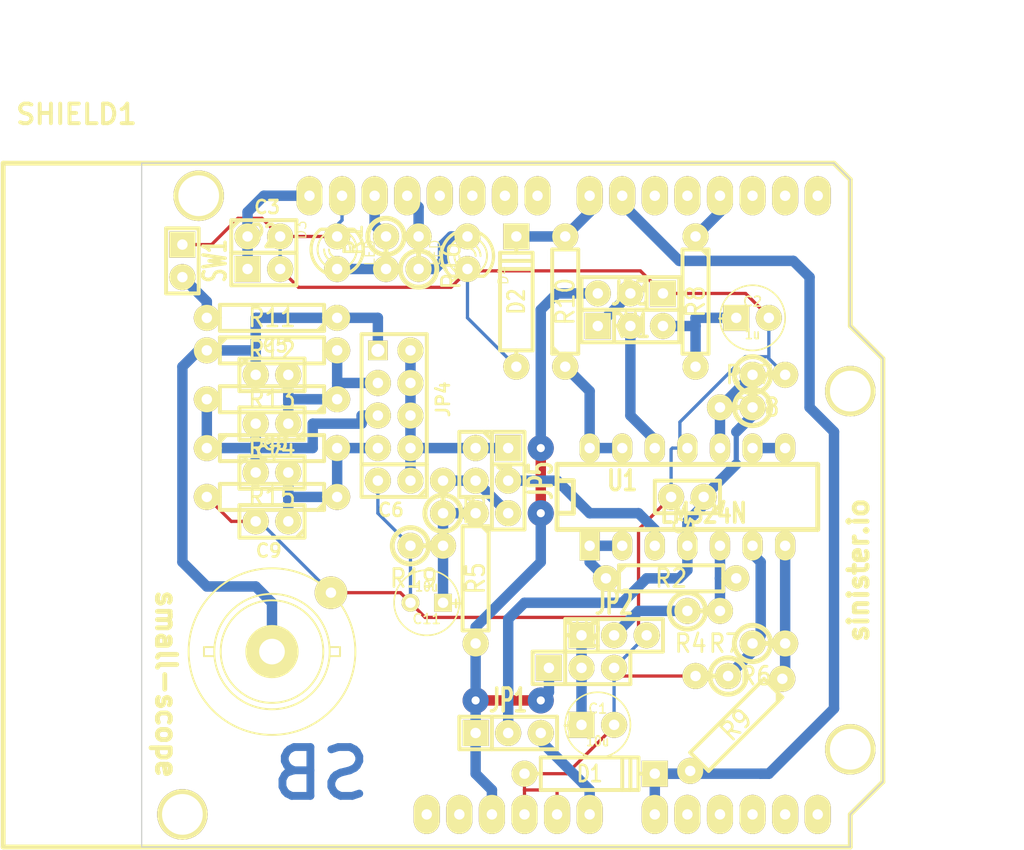
<source format=kicad_pcb>
(kicad_pcb (version 20171130) (host pcbnew "(5.1.12)-1")

  (general
    (thickness 1.6)
    (drawings 16)
    (tracks 212)
    (zones 0)
    (modules 46)
    (nets 34)
  )

  (page A4 portrait)
  (layers
    (0 F.Cu signal)
    (31 B.Cu signal)
    (32 B.Adhes user hide)
    (33 F.Adhes user hide)
    (34 B.Paste user hide)
    (35 F.Paste user hide)
    (36 B.SilkS user)
    (37 F.SilkS user hide)
    (38 B.Mask user)
    (39 F.Mask user)
    (40 Dwgs.User user)
    (41 Cmts.User user)
    (42 Eco1.User user)
    (43 Eco2.User user)
    (44 Edge.Cuts user)
  )

  (setup
    (last_trace_width 0.254)
    (user_trace_width 0.4064)
    (user_trace_width 0.6096)
    (user_trace_width 0.8128)
    (trace_clearance 0.254)
    (zone_clearance 0.3556)
    (zone_45_only no)
    (trace_min 0.254)
    (via_size 0.889)
    (via_drill 0.635)
    (via_min_size 0.889)
    (via_min_drill 0.508)
    (user_via 1.651 0)
    (user_via 2.032 0)
    (uvia_size 0.508)
    (uvia_drill 0.127)
    (uvias_allowed no)
    (uvia_min_size 0.508)
    (uvia_min_drill 0.127)
    (edge_width 0.1)
    (segment_width 0.2)
    (pcb_text_width 0.3)
    (pcb_text_size 1.5 1.5)
    (mod_edge_width 0.15)
    (mod_text_size 1 1)
    (mod_text_width 0.15)
    (pad_size 2.032 2.032)
    (pad_drill 0.8128)
    (pad_to_mask_clearance 0)
    (aux_axis_origin 0 0)
    (visible_elements 7FFFFFFF)
    (pcbplotparams
      (layerselection 0x00030_ffffffff)
      (usegerberextensions false)
      (usegerberattributes true)
      (usegerberadvancedattributes true)
      (creategerberjobfile true)
      (excludeedgelayer false)
      (linewidth 0.150000)
      (plotframeref false)
      (viasonmask true)
      (mode 1)
      (useauxorigin false)
      (hpglpennumber 1)
      (hpglpenspeed 20)
      (hpglpendiameter 15.000000)
      (psnegative true)
      (psa4output false)
      (plotreference true)
      (plotvalue true)
      (plotinvisibletext false)
      (padsonsilk false)
      (subtractmaskfromsilk false)
      (outputformat 2)
      (mirror false)
      (drillshape 1)
      (scaleselection 1)
      (outputdirectory ""))
  )

  (net 0 "")
  (net 1 /2.5V)
  (net 2 /BIAS)
  (net 3 /ERR_LED)
  (net 4 /INFO_LED)
  (net 5 /SIG_ACDC)
  (net 6 /SIG_ATT)
  (net 7 /SIG_IN)
  (net 8 /SIG_UC)
  (net 9 /THR_IN)
  (net 10 /THR_OUT)
  (net 11 /Vin)
  (net 12 /x10)
  (net 13 /x20)
  (net 14 /x5)
  (net 15 GND)
  (net 16 N-0000010)
  (net 17 N-0000011)
  (net 18 N-0000013)
  (net 19 N-0000018)
  (net 20 N-0000019)
  (net 21 N-000002)
  (net 22 N-0000024)
  (net 23 N-0000025)
  (net 24 N-000003)
  (net 25 N-000004)
  (net 26 N-000005)
  (net 27 N-0000054)
  (net 28 N-000006)
  (net 29 N-000007)
  (net 30 N-000008)
  (net 31 N-000009)
  (net 32 VCC)
  (net 33 VDD)

  (net_class Default "This is the default net class."
    (clearance 0.254)
    (trace_width 0.254)
    (via_dia 0.889)
    (via_drill 0.635)
    (uvia_dia 0.508)
    (uvia_drill 0.127)
    (add_net /2.5V)
    (add_net /BIAS)
    (add_net /ERR_LED)
    (add_net /INFO_LED)
    (add_net /SIG_ACDC)
    (add_net /SIG_ATT)
    (add_net /SIG_IN)
    (add_net /SIG_UC)
    (add_net /THR_IN)
    (add_net /THR_OUT)
    (add_net /Vin)
    (add_net /x10)
    (add_net /x20)
    (add_net /x5)
    (add_net GND)
    (add_net N-0000010)
    (add_net N-0000011)
    (add_net N-0000013)
    (add_net N-0000018)
    (add_net N-0000019)
    (add_net N-000002)
    (add_net N-0000024)
    (add_net N-0000025)
    (add_net N-000003)
    (add_net N-000004)
    (add_net N-000005)
    (add_net N-0000054)
    (add_net N-000006)
    (add_net N-000007)
    (add_net N-000008)
    (add_net N-000009)
    (add_net VCC)
    (add_net VDD)
  )

  (module SIL-3 (layer F.Cu) (tedit 200000) (tstamp 540AFA44)
    (at 119.38 55.245 180)
    (descr "Connecteur 3 pins")
    (tags "CONN DEV")
    (path /540AF36D)
    (fp_text reference RV1 (at 0 -2.54 180) (layer F.SilkS)
      (effects (font (size 1.7907 1.07696) (thickness 0.3048)))
    )
    (fp_text value 10k (at 0 -2.54 180) (layer F.SilkS) hide
      (effects (font (size 1.524 1.016) (thickness 0.3048)))
    )
    (fp_line (start -3.81 1.27) (end -3.81 -1.27) (layer F.SilkS) (width 0.3048))
    (fp_line (start -3.81 -1.27) (end 3.81 -1.27) (layer F.SilkS) (width 0.3048))
    (fp_line (start 3.81 -1.27) (end 3.81 1.27) (layer F.SilkS) (width 0.3048))
    (fp_line (start 3.81 1.27) (end -3.81 1.27) (layer F.SilkS) (width 0.3048))
    (fp_line (start -1.27 -1.27) (end -1.27 1.27) (layer F.SilkS) (width 0.3048))
    (pad 1 thru_hole rect (at -2.54 0 180) (size 2.032 2.032) (drill 0.8128) (layers *.Cu *.Mask F.SilkS)
      (net 15 GND))
    (pad 2 thru_hole circle (at 0 0 180) (size 2.032 2.032) (drill 0.8128) (layers *.Cu *.Mask F.SilkS)
      (net 25 N-000004))
    (pad 3 thru_hole circle (at 2.54 0 180) (size 2.032 2.032) (drill 0.8128) (layers *.Cu *.Mask F.SilkS)
      (net 32 VCC))
  )

  (module R4-LARGE_PADS (layer F.Cu) (tedit 47E2673E) (tstamp 540AFA6E)
    (at 122.555 77.47)
    (descr "Resitance 4 pas")
    (tags R)
    (path /540AEADF)
    (autoplace_cost180 10)
    (fp_text reference R2 (at 0 0) (layer F.SilkS)
      (effects (font (size 1.397 1.27) (thickness 0.2032)))
    )
    (fp_text value 10k (at 0 0) (layer F.SilkS) hide
      (effects (font (size 1.397 1.27) (thickness 0.2032)))
    )
    (fp_line (start -5.08 0) (end -4.064 0) (layer F.SilkS) (width 0.3048))
    (fp_line (start -4.064 0) (end -4.064 -1.016) (layer F.SilkS) (width 0.3048))
    (fp_line (start -4.064 -1.016) (end 4.064 -1.016) (layer F.SilkS) (width 0.3048))
    (fp_line (start 4.064 -1.016) (end 4.064 1.016) (layer F.SilkS) (width 0.3048))
    (fp_line (start 4.064 1.016) (end -4.064 1.016) (layer F.SilkS) (width 0.3048))
    (fp_line (start -4.064 1.016) (end -4.064 0) (layer F.SilkS) (width 0.3048))
    (fp_line (start -4.064 -0.508) (end -3.556 -1.016) (layer F.SilkS) (width 0.3048))
    (fp_line (start 5.08 0) (end 4.064 0) (layer F.SilkS) (width 0.3048))
    (pad 1 thru_hole circle (at -5.08 0) (size 2.032 2.032) (drill 0.8128) (layers *.Cu *.Mask F.SilkS)
      (net 26 N-000005))
    (pad 2 thru_hole circle (at 5.08 0) (size 2.032 2.032) (drill 0.8128) (layers *.Cu *.Mask F.SilkS)
      (net 28 N-000006))
    (model discret/resistor.wrl
      (at (xyz 0 0 0))
      (scale (xyz 0.4 0.4 0.4))
      (rotate (xyz 0 0 0))
    )
  )

  (module DIP-14__300_ELL (layer F.Cu) (tedit 200000) (tstamp 540AFACD)
    (at 123.825 71.12)
    (descr "14 pins DIL package, elliptical pads")
    (tags DIL)
    (path /540AEA76)
    (fp_text reference U1 (at -5.08 -1.27) (layer F.SilkS)
      (effects (font (size 1.524 1.143) (thickness 0.3048)))
    )
    (fp_text value LM324N (at 1.27 1.27) (layer F.SilkS)
      (effects (font (size 1.524 1.143) (thickness 0.3048)))
    )
    (fp_line (start -10.16 -2.54) (end 10.16 -2.54) (layer F.SilkS) (width 0.381))
    (fp_line (start 10.16 2.54) (end -10.16 2.54) (layer F.SilkS) (width 0.381))
    (fp_line (start -10.16 2.54) (end -10.16 -2.54) (layer F.SilkS) (width 0.381))
    (fp_line (start -10.16 -1.27) (end -8.89 -1.27) (layer F.SilkS) (width 0.381))
    (fp_line (start -8.89 -1.27) (end -8.89 1.27) (layer F.SilkS) (width 0.381))
    (fp_line (start -8.89 1.27) (end -10.16 1.27) (layer F.SilkS) (width 0.381))
    (fp_line (start 10.16 -2.54) (end 10.16 2.54) (layer F.SilkS) (width 0.381))
    (pad 1 thru_hole rect (at -7.62 3.81) (size 1.5748 2.286) (drill 0.8128) (layers *.Cu *.Mask F.SilkS)
      (net 26 N-000005))
    (pad 2 thru_hole oval (at -5.08 3.81) (size 1.5748 2.286) (drill 0.8128) (layers *.Cu *.Mask F.SilkS)
      (net 26 N-000005))
    (pad 3 thru_hole oval (at -2.54 3.81) (size 1.5748 2.286) (drill 0.8128) (layers *.Cu *.Mask F.SilkS)
      (net 5 /SIG_ACDC))
    (pad 4 thru_hole oval (at 0 3.81) (size 1.5748 2.286) (drill 0.8128) (layers *.Cu *.Mask F.SilkS)
      (net 33 VDD))
    (pad 5 thru_hole oval (at 2.54 3.81) (size 1.5748 2.286) (drill 0.8128) (layers *.Cu *.Mask F.SilkS)
      (net 28 N-000006))
    (pad 6 thru_hole oval (at 5.08 3.81) (size 1.5748 2.286) (drill 0.8128) (layers *.Cu *.Mask F.SilkS)
      (net 29 N-000007))
    (pad 7 thru_hole oval (at 7.62 3.81) (size 1.5748 2.286) (drill 0.8128) (layers *.Cu *.Mask F.SilkS)
      (net 30 N-000008))
    (pad 8 thru_hole oval (at 7.62 -3.81) (size 1.5748 2.286) (drill 0.8128) (layers *.Cu *.Mask F.SilkS)
      (net 22 N-0000024))
    (pad 9 thru_hole oval (at 5.08 -3.81) (size 1.5748 2.286) (drill 0.8128) (layers *.Cu *.Mask F.SilkS)
      (net 22 N-0000024))
    (pad 10 thru_hole oval (at 2.54 -3.81) (size 1.5748 2.286) (drill 0.8128) (layers *.Cu *.Mask F.SilkS)
      (net 19 N-0000018))
    (pad 11 thru_hole oval (at 0 -3.81) (size 1.5748 2.286) (drill 0.8128) (layers *.Cu *.Mask F.SilkS)
      (net 15 GND))
    (pad 12 thru_hole oval (at -2.54 -3.81) (size 1.5748 2.286) (drill 0.8128) (layers *.Cu *.Mask F.SilkS)
      (net 24 N-000003))
    (pad 13 thru_hole oval (at -5.08 -3.81) (size 1.5748 2.286) (drill 0.8128) (layers *.Cu *.Mask F.SilkS)
      (net 31 N-000009))
    (pad 14 thru_hole oval (at -7.62 -3.81) (size 1.5748 2.286) (drill 0.8128) (layers *.Cu *.Mask F.SilkS)
      (net 31 N-000009))
    (model dil/dil_14.wrl
      (at (xyz 0 0 0))
      (scale (xyz 1 1 1))
      (rotate (xyz 0 0 0))
    )
  )

  (module C1V5 (layer F.Cu) (tedit 5550318A) (tstamp 540AFAD5)
    (at 128.905 57.15)
    (descr "Condensateur e = 1 pas")
    (tags C)
    (path /5559FF83)
    (fp_text reference C2 (at 0 -1.26746) (layer F.SilkS)
      (effects (font (size 0.762 0.762) (thickness 0.127)))
    )
    (fp_text value 1u (at 0 1.27) (layer F.SilkS)
      (effects (font (size 0.762 0.635) (thickness 0.127)))
    )
    (fp_circle (center 0 0) (end 0.127 -2.54) (layer F.SilkS) (width 0.127))
    (fp_text user + (at -2.286 0) (layer F.SilkS)
      (effects (font (size 0.762 0.762) (thickness 0.2032)))
    )
    (pad 1 thru_hole rect (at -1.27 0) (size 2.032 2.032) (drill 0.8128) (layers *.Cu *.Mask F.SilkS)
      (net 27 N-0000054))
    (pad 2 thru_hole circle (at 1.27 0) (size 2.032 2.032) (drill 0.8128) (layers *.Cu *.Mask F.SilkS)
      (net 15 GND))
    (model discret/c_vert_c1v5.wrl
      (at (xyz 0 0 0))
      (scale (xyz 1 1 1))
      (rotate (xyz 0 0 0))
    )
  )

  (module C1V5 (layer F.Cu) (tedit 3E070CF4) (tstamp 540AFADD)
    (at 116.84 88.9)
    (descr "Condensateur e = 1 pas")
    (tags C)
    (path /5559FF74)
    (fp_text reference C1 (at 0 -1.26746) (layer F.SilkS)
      (effects (font (size 0.762 0.762) (thickness 0.127)))
    )
    (fp_text value 10u (at 0 1.27) (layer F.SilkS)
      (effects (font (size 0.762 0.635) (thickness 0.127)))
    )
    (fp_circle (center 0 0) (end 0.127 -2.54) (layer F.SilkS) (width 0.127))
    (fp_text user + (at -2.286 0) (layer F.SilkS)
      (effects (font (size 0.762 0.762) (thickness 0.2032)))
    )
    (pad 1 thru_hole rect (at -1.27 0) (size 2.032 2.032) (drill 0.8128) (layers *.Cu *.Mask F.SilkS)
      (net 2 /BIAS))
    (pad 2 thru_hole circle (at 1.27 0) (size 2.032 2.032) (drill 0.8128) (layers *.Cu *.Mask F.SilkS)
      (net 15 GND))
    (model discret/c_vert_c1v5.wrl
      (at (xyz 0 0 0))
      (scale (xyz 1 1 1))
      (rotate (xyz 0 0 0))
    )
  )

  (module SIL-3 (layer F.Cu) (tedit 200000) (tstamp 555C1ECB)
    (at 109.855 89.535)
    (descr "Connecteur 3 pins")
    (tags "CONN DEV")
    (path /555C1CBD)
    (fp_text reference JP1 (at 0 -2.54) (layer F.SilkS)
      (effects (font (size 1.7907 1.07696) (thickness 0.3048)))
    )
    (fp_text value "VDD SRC" (at 0 -2.54) (layer F.SilkS) hide
      (effects (font (size 1.524 1.016) (thickness 0.3048)))
    )
    (fp_line (start -3.81 1.27) (end -3.81 -1.27) (layer F.SilkS) (width 0.3048))
    (fp_line (start -3.81 -1.27) (end 3.81 -1.27) (layer F.SilkS) (width 0.3048))
    (fp_line (start 3.81 -1.27) (end 3.81 1.27) (layer F.SilkS) (width 0.3048))
    (fp_line (start 3.81 1.27) (end -3.81 1.27) (layer F.SilkS) (width 0.3048))
    (fp_line (start -1.27 -1.27) (end -1.27 1.27) (layer F.SilkS) (width 0.3048))
    (pad 1 thru_hole rect (at -2.54 0) (size 2.032 2.032) (drill 0.8128) (layers *.Cu *.Mask F.SilkS)
      (net 32 VCC))
    (pad 2 thru_hole circle (at 0 0) (size 2.032 2.032) (drill 0.8128) (layers *.Cu *.Mask F.SilkS)
      (net 33 VDD))
    (pad 3 thru_hole circle (at 2.54 0) (size 2.032 2.032) (drill 0.8128) (layers *.Cu *.Mask F.SilkS)
      (net 11 /Vin))
  )

  (module SIL-3 (layer F.Cu) (tedit 200000) (tstamp 555C1ED7)
    (at 119.38 57.785)
    (descr "Connecteur 3 pins")
    (tags "CONN DEV")
    (path /555C1CB7)
    (fp_text reference JP3 (at 0 -2.54) (layer F.SilkS)
      (effects (font (size 1.7907 1.07696) (thickness 0.3048)))
    )
    (fp_text value "THR SRC" (at 0 -2.54) (layer F.SilkS) hide
      (effects (font (size 1.524 1.016) (thickness 0.3048)))
    )
    (fp_line (start -3.81 1.27) (end -3.81 -1.27) (layer F.SilkS) (width 0.3048))
    (fp_line (start -3.81 -1.27) (end 3.81 -1.27) (layer F.SilkS) (width 0.3048))
    (fp_line (start 3.81 -1.27) (end 3.81 1.27) (layer F.SilkS) (width 0.3048))
    (fp_line (start 3.81 1.27) (end -3.81 1.27) (layer F.SilkS) (width 0.3048))
    (fp_line (start -1.27 -1.27) (end -1.27 1.27) (layer F.SilkS) (width 0.3048))
    (pad 1 thru_hole rect (at -2.54 0) (size 2.032 2.032) (drill 0.8128) (layers *.Cu *.Mask F.SilkS)
      (net 25 N-000004))
    (pad 2 thru_hole circle (at 0 0) (size 2.032 2.032) (drill 0.8128) (layers *.Cu *.Mask F.SilkS)
      (net 24 N-000003))
    (pad 3 thru_hole circle (at 2.54 0) (size 2.032 2.032) (drill 0.8128) (layers *.Cu *.Mask F.SilkS)
      (net 27 N-0000054))
  )

  (module SIL-3 (layer F.Cu) (tedit 200000) (tstamp 555C1EE3)
    (at 118.11 81.915)
    (descr "Connecteur 3 pins")
    (tags "CONN DEV")
    (path /555C1CB1)
    (fp_text reference JP2 (at 0 -2.54) (layer F.SilkS)
      (effects (font (size 1.7907 1.07696) (thickness 0.3048)))
    )
    (fp_text value "DC BIAS" (at 0 -2.54) (layer F.SilkS) hide
      (effects (font (size 1.524 1.016) (thickness 0.3048)))
    )
    (fp_line (start -3.81 1.27) (end -3.81 -1.27) (layer F.SilkS) (width 0.3048))
    (fp_line (start -3.81 -1.27) (end 3.81 -1.27) (layer F.SilkS) (width 0.3048))
    (fp_line (start 3.81 -1.27) (end 3.81 1.27) (layer F.SilkS) (width 0.3048))
    (fp_line (start 3.81 1.27) (end -3.81 1.27) (layer F.SilkS) (width 0.3048))
    (fp_line (start -1.27 -1.27) (end -1.27 1.27) (layer F.SilkS) (width 0.3048))
    (pad 1 thru_hole rect (at -2.54 0) (size 2.032 2.032) (drill 0.8128) (layers *.Cu *.Mask F.SilkS)
      (net 2 /BIAS))
    (pad 2 thru_hole circle (at 0 0) (size 2.032 2.032) (drill 0.8128) (layers *.Cu *.Mask F.SilkS)
      (net 16 N-0000010))
    (pad 3 thru_hole circle (at 2.54 0) (size 2.032 2.032) (drill 0.8128) (layers *.Cu *.Mask F.SilkS)
      (net 15 GND))
  )

  (module SIL-2 (layer F.Cu) (tedit 200000) (tstamp 555C1EED)
    (at 90.805 53.34)
    (descr "Connecteurs 2 pins")
    (tags "CONN DEV")
    (path /55584D1E)
    (fp_text reference P2 (at 0 -2.54) (layer F.SilkS)
      (effects (font (size 1.72974 1.08712) (thickness 0.3048)))
    )
    (fp_text value AREF (at 0 -2.54) (layer F.SilkS) hide
      (effects (font (size 1.524 1.016) (thickness 0.3048)))
    )
    (fp_line (start -2.54 1.27) (end -2.54 -1.27) (layer F.SilkS) (width 0.3048))
    (fp_line (start -2.54 -1.27) (end 2.54 -1.27) (layer F.SilkS) (width 0.3048))
    (fp_line (start 2.54 -1.27) (end 2.54 1.27) (layer F.SilkS) (width 0.3048))
    (fp_line (start 2.54 1.27) (end -2.54 1.27) (layer F.SilkS) (width 0.3048))
    (pad 1 thru_hole rect (at -1.27 0) (size 2.032 2.032) (drill 0.8128) (layers *.Cu *.Mask F.SilkS)
      (net 17 N-0000011))
    (pad 2 thru_hole circle (at 1.27 0) (size 2.032 2.032) (drill 0.8128) (layers *.Cu *.Mask F.SilkS)
      (net 15 GND))
  )

  (module SIL-2 (layer F.Cu) (tedit 200000) (tstamp 555C21BA)
    (at 84.455 52.705 270)
    (descr "Connecteurs 2 pins")
    (tags "CONN DEV")
    (path /555C197B)
    (fp_text reference SW1 (at 0 -2.54 270) (layer F.SilkS)
      (effects (font (size 1.72974 1.08712) (thickness 0.3048)))
    )
    (fp_text value "STAT DIS" (at 0 -2.54 270) (layer F.SilkS) hide
      (effects (font (size 1.524 1.016) (thickness 0.3048)))
    )
    (fp_line (start -2.54 1.27) (end -2.54 -1.27) (layer F.SilkS) (width 0.3048))
    (fp_line (start -2.54 -1.27) (end 2.54 -1.27) (layer F.SilkS) (width 0.3048))
    (fp_line (start 2.54 -1.27) (end 2.54 1.27) (layer F.SilkS) (width 0.3048))
    (fp_line (start 2.54 1.27) (end -2.54 1.27) (layer F.SilkS) (width 0.3048))
    (pad 1 thru_hole rect (at -1.27 0 270) (size 2.032 2.032) (drill 0.8128) (layers *.Cu *.Mask F.SilkS)
      (net 15 GND))
    (pad 2 thru_hole circle (at 1.27 0 270) (size 2.032 2.032) (drill 0.8128) (layers *.Cu *.Mask F.SilkS)
      (net 21 N-000002))
  )

  (module R4-LARGE_PADS (layer F.Cu) (tedit 47E2673E) (tstamp 555C1F05)
    (at 114.3 55.88 90)
    (descr "Resitance 4 pas")
    (tags R)
    (path /555A0DB0)
    (autoplace_cost180 10)
    (fp_text reference R10 (at 0 0 90) (layer F.SilkS)
      (effects (font (size 1.397 1.27) (thickness 0.2032)))
    )
    (fp_text value 220 (at 0 0 90) (layer F.SilkS) hide
      (effects (font (size 1.397 1.27) (thickness 0.2032)))
    )
    (fp_line (start -5.08 0) (end -4.064 0) (layer F.SilkS) (width 0.3048))
    (fp_line (start -4.064 0) (end -4.064 -1.016) (layer F.SilkS) (width 0.3048))
    (fp_line (start -4.064 -1.016) (end 4.064 -1.016) (layer F.SilkS) (width 0.3048))
    (fp_line (start 4.064 -1.016) (end 4.064 1.016) (layer F.SilkS) (width 0.3048))
    (fp_line (start 4.064 1.016) (end -4.064 1.016) (layer F.SilkS) (width 0.3048))
    (fp_line (start -4.064 1.016) (end -4.064 0) (layer F.SilkS) (width 0.3048))
    (fp_line (start -4.064 -0.508) (end -3.556 -1.016) (layer F.SilkS) (width 0.3048))
    (fp_line (start 5.08 0) (end 4.064 0) (layer F.SilkS) (width 0.3048))
    (pad 1 thru_hole circle (at -5.08 0 90) (size 2.032 2.032) (drill 0.8128) (layers *.Cu *.Mask F.SilkS)
      (net 31 N-000009))
    (pad 2 thru_hole circle (at 5.08 0 90) (size 2.032 2.032) (drill 0.8128) (layers *.Cu *.Mask F.SilkS)
      (net 9 /THR_IN))
    (model discret/resistor.wrl
      (at (xyz 0 0 0))
      (scale (xyz 0.4 0.4 0.4))
      (rotate (xyz 0 0 0))
    )
  )

  (module R4-LARGE_PADS (layer F.Cu) (tedit 47E2673E) (tstamp 555C1F13)
    (at 91.44 59.69)
    (descr "Resitance 4 pas")
    (tags R)
    (path /555B9DE2)
    (autoplace_cost180 10)
    (fp_text reference R12 (at 0 0) (layer F.SilkS)
      (effects (font (size 1.397 1.27) (thickness 0.2032)))
    )
    (fp_text value 800k (at 0 0) (layer F.SilkS) hide
      (effects (font (size 1.397 1.27) (thickness 0.2032)))
    )
    (fp_line (start -5.08 0) (end -4.064 0) (layer F.SilkS) (width 0.3048))
    (fp_line (start -4.064 0) (end -4.064 -1.016) (layer F.SilkS) (width 0.3048))
    (fp_line (start -4.064 -1.016) (end 4.064 -1.016) (layer F.SilkS) (width 0.3048))
    (fp_line (start 4.064 -1.016) (end 4.064 1.016) (layer F.SilkS) (width 0.3048))
    (fp_line (start 4.064 1.016) (end -4.064 1.016) (layer F.SilkS) (width 0.3048))
    (fp_line (start -4.064 1.016) (end -4.064 0) (layer F.SilkS) (width 0.3048))
    (fp_line (start -4.064 -0.508) (end -3.556 -1.016) (layer F.SilkS) (width 0.3048))
    (fp_line (start 5.08 0) (end 4.064 0) (layer F.SilkS) (width 0.3048))
    (pad 1 thru_hole circle (at -5.08 0) (size 2.032 2.032) (drill 0.8128) (layers *.Cu *.Mask F.SilkS)
      (net 7 /SIG_IN))
    (pad 2 thru_hole circle (at 5.08 0) (size 2.032 2.032) (drill 0.8128) (layers *.Cu *.Mask F.SilkS)
      (net 14 /x5))
    (model discret/resistor.wrl
      (at (xyz 0 0 0))
      (scale (xyz 0.4 0.4 0.4))
      (rotate (xyz 0 0 0))
    )
  )

  (module R4-LARGE_PADS (layer F.Cu) (tedit 555DBB7B) (tstamp 555C1F21)
    (at 91.44 63.5 180)
    (descr "Resitance 4 pas")
    (tags R)
    (path /555B9DF1)
    (autoplace_cost180 10)
    (fp_text reference R13 (at 0 0 180) (layer F.SilkS)
      (effects (font (size 1.397 1.27) (thickness 0.2032)))
    )
    (fp_text value 100k (at 0 0 180) (layer F.SilkS) hide
      (effects (font (size 1.397 1.27) (thickness 0.2032)))
    )
    (fp_line (start -5.08 0) (end -4.064 0) (layer F.SilkS) (width 0.3048))
    (fp_line (start -4.064 0) (end -4.064 -1.016) (layer F.SilkS) (width 0.3048))
    (fp_line (start -4.064 -1.016) (end 4.064 -1.016) (layer F.SilkS) (width 0.3048))
    (fp_line (start 4.064 -1.016) (end 4.064 1.016) (layer F.SilkS) (width 0.3048))
    (fp_line (start 4.064 1.016) (end -4.064 1.016) (layer F.SilkS) (width 0.3048))
    (fp_line (start -4.064 1.016) (end -4.064 0) (layer F.SilkS) (width 0.3048))
    (fp_line (start -4.064 -0.508) (end -3.556 -1.016) (layer F.SilkS) (width 0.3048))
    (fp_line (start 5.08 0) (end 4.064 0) (layer F.SilkS) (width 0.3048))
    (pad 1 thru_hole circle (at -5.08 0 180) (size 2.032 2.032) (drill 0.8128) (layers *.Cu *.Mask F.SilkS)
      (net 14 /x5))
    (pad 2 thru_hole circle (at 5.08 0 180) (size 2.032 2.032) (drill 0.8128) (layers *.Cu *.Mask F.SilkS)
      (net 12 /x10))
    (model discret/resistor.wrl
      (at (xyz 0 0 0))
      (scale (xyz 0.4 0.4 0.4))
      (rotate (xyz 0 0 0))
    )
  )

  (module R4-LARGE_PADS (layer F.Cu) (tedit 47E2673E) (tstamp 555C1F2F)
    (at 91.44 67.31)
    (descr "Resitance 4 pas")
    (tags R)
    (path /555B9E00)
    (autoplace_cost180 10)
    (fp_text reference R14 (at 0 0) (layer F.SilkS)
      (effects (font (size 1.397 1.27) (thickness 0.2032)))
    )
    (fp_text value 50k (at 0 0) (layer F.SilkS) hide
      (effects (font (size 1.397 1.27) (thickness 0.2032)))
    )
    (fp_line (start -5.08 0) (end -4.064 0) (layer F.SilkS) (width 0.3048))
    (fp_line (start -4.064 0) (end -4.064 -1.016) (layer F.SilkS) (width 0.3048))
    (fp_line (start -4.064 -1.016) (end 4.064 -1.016) (layer F.SilkS) (width 0.3048))
    (fp_line (start 4.064 -1.016) (end 4.064 1.016) (layer F.SilkS) (width 0.3048))
    (fp_line (start 4.064 1.016) (end -4.064 1.016) (layer F.SilkS) (width 0.3048))
    (fp_line (start -4.064 1.016) (end -4.064 0) (layer F.SilkS) (width 0.3048))
    (fp_line (start -4.064 -0.508) (end -3.556 -1.016) (layer F.SilkS) (width 0.3048))
    (fp_line (start 5.08 0) (end 4.064 0) (layer F.SilkS) (width 0.3048))
    (pad 1 thru_hole circle (at -5.08 0) (size 2.032 2.032) (drill 0.8128) (layers *.Cu *.Mask F.SilkS)
      (net 12 /x10))
    (pad 2 thru_hole circle (at 5.08 0) (size 2.032 2.032) (drill 0.8128) (layers *.Cu *.Mask F.SilkS)
      (net 13 /x20))
    (model discret/resistor.wrl
      (at (xyz 0 0 0))
      (scale (xyz 0.4 0.4 0.4))
      (rotate (xyz 0 0 0))
    )
  )

  (module R4-LARGE_PADS (layer F.Cu) (tedit 47E2673E) (tstamp 555C1F3D)
    (at 91.44 57.15 180)
    (descr "Resitance 4 pas")
    (tags R)
    (path /555BAB46)
    (autoplace_cost180 10)
    (fp_text reference R11 (at 0 0 180) (layer F.SilkS)
      (effects (font (size 1.397 1.27) (thickness 0.2032)))
    )
    (fp_text value 50 (at 0 0 180) (layer F.SilkS) hide
      (effects (font (size 1.397 1.27) (thickness 0.2032)))
    )
    (fp_line (start -5.08 0) (end -4.064 0) (layer F.SilkS) (width 0.3048))
    (fp_line (start -4.064 0) (end -4.064 -1.016) (layer F.SilkS) (width 0.3048))
    (fp_line (start -4.064 -1.016) (end 4.064 -1.016) (layer F.SilkS) (width 0.3048))
    (fp_line (start 4.064 -1.016) (end 4.064 1.016) (layer F.SilkS) (width 0.3048))
    (fp_line (start 4.064 1.016) (end -4.064 1.016) (layer F.SilkS) (width 0.3048))
    (fp_line (start -4.064 1.016) (end -4.064 0) (layer F.SilkS) (width 0.3048))
    (fp_line (start -4.064 -0.508) (end -3.556 -1.016) (layer F.SilkS) (width 0.3048))
    (fp_line (start 5.08 0) (end 4.064 0) (layer F.SilkS) (width 0.3048))
    (pad 1 thru_hole circle (at -5.08 0 180) (size 2.032 2.032) (drill 0.8128) (layers *.Cu *.Mask F.SilkS)
      (net 7 /SIG_IN))
    (pad 2 thru_hole circle (at 5.08 0 180) (size 2.032 2.032) (drill 0.8128) (layers *.Cu *.Mask F.SilkS)
      (net 21 N-000002))
    (model discret/resistor.wrl
      (at (xyz 0 0 0))
      (scale (xyz 0.4 0.4 0.4))
      (rotate (xyz 0 0 0))
    )
  )

  (module R4-LARGE_PADS (layer F.Cu) (tedit 47E2673E) (tstamp 555C1F4B)
    (at 127.635 88.9 225)
    (descr "Resitance 4 pas")
    (tags R)
    (path /555A097B)
    (autoplace_cost180 10)
    (fp_text reference R9 (at 0 0 225) (layer F.SilkS)
      (effects (font (size 1.397 1.27) (thickness 0.2032)))
    )
    (fp_text value 220 (at 0 0 225) (layer F.SilkS) hide
      (effects (font (size 1.397 1.27) (thickness 0.2032)))
    )
    (fp_line (start -5.08 0) (end -4.064 0) (layer F.SilkS) (width 0.3048))
    (fp_line (start -4.064 0) (end -4.064 -1.016) (layer F.SilkS) (width 0.3048))
    (fp_line (start -4.064 -1.016) (end 4.064 -1.016) (layer F.SilkS) (width 0.3048))
    (fp_line (start 4.064 -1.016) (end 4.064 1.016) (layer F.SilkS) (width 0.3048))
    (fp_line (start 4.064 1.016) (end -4.064 1.016) (layer F.SilkS) (width 0.3048))
    (fp_line (start -4.064 1.016) (end -4.064 0) (layer F.SilkS) (width 0.3048))
    (fp_line (start -4.064 -0.508) (end -3.556 -1.016) (layer F.SilkS) (width 0.3048))
    (fp_line (start 5.08 0) (end 4.064 0) (layer F.SilkS) (width 0.3048))
    (pad 1 thru_hole circle (at -5.08 0 225) (size 2.032 2.032) (drill 0.8128) (layers *.Cu *.Mask F.SilkS)
      (net 30 N-000008))
    (pad 2 thru_hole circle (at 5.08 0 225) (size 2.032 2.032) (drill 0.8128) (layers *.Cu *.Mask F.SilkS)
      (net 8 /SIG_UC))
    (model discret/resistor.wrl
      (at (xyz 0 0 0))
      (scale (xyz 0.4 0.4 0.4))
      (rotate (xyz 0 0 0))
    )
  )

  (module D4 (layer F.Cu) (tedit 200000) (tstamp 555C1F67)
    (at 110.49 55.88 90)
    (descr "Diode 4 pas")
    (tags "DIODE DEV")
    (path /555A0DBD)
    (fp_text reference D2 (at 0 0 90) (layer F.SilkS)
      (effects (font (size 1.27 1.016) (thickness 0.2032)))
    )
    (fp_text value 5.1V (at 0 0 90) (layer F.SilkS) hide
      (effects (font (size 1.27 1.016) (thickness 0.2032)))
    )
    (fp_line (start -3.81 -1.27) (end 3.81 -1.27) (layer F.SilkS) (width 0.3048))
    (fp_line (start 3.81 -1.27) (end 3.81 1.27) (layer F.SilkS) (width 0.3048))
    (fp_line (start 3.81 1.27) (end -3.81 1.27) (layer F.SilkS) (width 0.3048))
    (fp_line (start -3.81 1.27) (end -3.81 -1.27) (layer F.SilkS) (width 0.3048))
    (fp_line (start 3.175 -1.27) (end 3.175 1.27) (layer F.SilkS) (width 0.3048))
    (fp_line (start 2.54 1.27) (end 2.54 -1.27) (layer F.SilkS) (width 0.3048))
    (fp_line (start -3.81 0) (end -5.08 0) (layer F.SilkS) (width 0.3048))
    (fp_line (start 3.81 0) (end 5.08 0) (layer F.SilkS) (width 0.3048))
    (pad 1 thru_hole circle (at -5.08 0 90) (size 2.032 2.032) (drill 0.8128) (layers *.Cu *.Mask F.SilkS)
      (net 15 GND))
    (pad 2 thru_hole rect (at 5.08 0 90) (size 2.032 2.032) (drill 0.8128) (layers *.Cu *.Mask F.SilkS)
      (net 9 /THR_IN))
    (model discret/diode.wrl
      (at (xyz 0 0 0))
      (scale (xyz 0.4 0.4 0.4))
      (rotate (xyz 0 0 0))
    )
  )

  (module D4 (layer F.Cu) (tedit 555DC07E) (tstamp 555C1F75)
    (at 116.205 92.71)
    (descr "Diode 4 pas")
    (tags "DIODE DEV")
    (path /555A096C)
    (fp_text reference D1 (at 0 0) (layer F.SilkS)
      (effects (font (size 1.27 1.016) (thickness 0.2032)))
    )
    (fp_text value 5.1V (at 0 0) (layer F.SilkS) hide
      (effects (font (size 1.27 1.016) (thickness 0.2032)))
    )
    (fp_line (start -3.81 -1.27) (end 3.81 -1.27) (layer F.SilkS) (width 0.3048))
    (fp_line (start 3.81 -1.27) (end 3.81 1.27) (layer F.SilkS) (width 0.3048))
    (fp_line (start 3.81 1.27) (end -3.81 1.27) (layer F.SilkS) (width 0.3048))
    (fp_line (start -3.81 1.27) (end -3.81 -1.27) (layer F.SilkS) (width 0.3048))
    (fp_line (start 3.175 -1.27) (end 3.175 1.27) (layer F.SilkS) (width 0.3048))
    (fp_line (start 2.54 1.27) (end 2.54 -1.27) (layer F.SilkS) (width 0.3048))
    (fp_line (start -3.81 0) (end -5.08 0) (layer F.SilkS) (width 0.3048))
    (fp_line (start 3.81 0) (end 5.08 0) (layer F.SilkS) (width 0.3048))
    (pad 1 thru_hole circle (at -5.08 0) (size 2.032 2.032) (drill 0.8128) (layers *.Cu *.Mask F.SilkS)
      (net 15 GND))
    (pad 2 thru_hole rect (at 5.08 0) (size 2.032 2.032) (drill 0.8128) (layers *.Cu *.Mask F.SilkS)
      (net 8 /SIG_UC))
    (model discret/diode.wrl
      (at (xyz 0 0 0))
      (scale (xyz 0.4 0.4 0.4))
      (rotate (xyz 0 0 0))
    )
  )

  (module C1 (layer F.Cu) (tedit 3F92C496) (tstamp 555C1F80)
    (at 91.44 61.595)
    (descr "Condensateur e = 1 pas")
    (tags C)
    (path /555B9E0F)
    (fp_text reference C5 (at 0.254 -2.286) (layer F.SilkS)
      (effects (font (size 1.016 1.016) (thickness 0.2032)))
    )
    (fp_text value 16p (at 0 -2.286) (layer F.SilkS) hide
      (effects (font (size 1.016 1.016) (thickness 0.2032)))
    )
    (fp_line (start -2.4892 -1.27) (end 2.54 -1.27) (layer F.SilkS) (width 0.3048))
    (fp_line (start 2.54 -1.27) (end 2.54 1.27) (layer F.SilkS) (width 0.3048))
    (fp_line (start 2.54 1.27) (end -2.54 1.27) (layer F.SilkS) (width 0.3048))
    (fp_line (start -2.54 1.27) (end -2.54 -1.27) (layer F.SilkS) (width 0.3048))
    (fp_line (start -2.54 -0.635) (end -1.905 -1.27) (layer F.SilkS) (width 0.3048))
    (pad 1 thru_hole circle (at -1.27 0) (size 2.032 2.032) (drill 0.8128) (layers *.Cu *.Mask F.SilkS)
      (net 7 /SIG_IN))
    (pad 2 thru_hole circle (at 1.27 0) (size 2.032 2.032) (drill 0.8128) (layers *.Cu *.Mask F.SilkS)
      (net 14 /x5))
    (model discret/capa_1_pas.wrl
      (at (xyz 0 0 0))
      (scale (xyz 1 1 1))
      (rotate (xyz 0 0 0))
    )
  )

  (module C1 (layer F.Cu) (tedit 555DBB84) (tstamp 555C1F8B)
    (at 91.44 65.405 180)
    (descr "Condensateur e = 1 pas")
    (tags C)
    (path /555B9E1E)
    (fp_text reference C7 (at 0.254 -2.286 180) (layer F.SilkS)
      (effects (font (size 1.016 1.016) (thickness 0.2032)))
    )
    (fp_text value 130p (at 0 -2.286 180) (layer F.SilkS) hide
      (effects (font (size 1.016 1.016) (thickness 0.2032)))
    )
    (fp_line (start -2.4892 -1.27) (end 2.54 -1.27) (layer F.SilkS) (width 0.3048))
    (fp_line (start 2.54 -1.27) (end 2.54 1.27) (layer F.SilkS) (width 0.3048))
    (fp_line (start 2.54 1.27) (end -2.54 1.27) (layer F.SilkS) (width 0.3048))
    (fp_line (start -2.54 1.27) (end -2.54 -1.27) (layer F.SilkS) (width 0.3048))
    (fp_line (start -2.54 -0.635) (end -1.905 -1.27) (layer F.SilkS) (width 0.3048))
    (pad 1 thru_hole circle (at -1.27 0 180) (size 2.032 2.032) (drill 0.8128) (layers *.Cu *.Mask F.SilkS)
      (net 14 /x5))
    (pad 2 thru_hole circle (at 1.27 0 180) (size 2.032 2.032) (drill 0.8128) (layers *.Cu *.Mask F.SilkS)
      (net 12 /x10))
    (model discret/capa_1_pas.wrl
      (at (xyz 0 0 0))
      (scale (xyz 1 1 1))
      (rotate (xyz 0 0 0))
    )
  )

  (module C1 (layer F.Cu) (tedit 3F92C496) (tstamp 555C1F96)
    (at 91.44 69.215)
    (descr "Condensateur e = 1 pas")
    (tags C)
    (path /555B9E2D)
    (fp_text reference C8 (at 0.254 -2.286) (layer F.SilkS)
      (effects (font (size 1.016 1.016) (thickness 0.2032)))
    )
    (fp_text value 270p (at 0 -2.286) (layer F.SilkS) hide
      (effects (font (size 1.016 1.016) (thickness 0.2032)))
    )
    (fp_line (start -2.4892 -1.27) (end 2.54 -1.27) (layer F.SilkS) (width 0.3048))
    (fp_line (start 2.54 -1.27) (end 2.54 1.27) (layer F.SilkS) (width 0.3048))
    (fp_line (start 2.54 1.27) (end -2.54 1.27) (layer F.SilkS) (width 0.3048))
    (fp_line (start -2.54 1.27) (end -2.54 -1.27) (layer F.SilkS) (width 0.3048))
    (fp_line (start -2.54 -0.635) (end -1.905 -1.27) (layer F.SilkS) (width 0.3048))
    (pad 1 thru_hole circle (at -1.27 0) (size 2.032 2.032) (drill 0.8128) (layers *.Cu *.Mask F.SilkS)
      (net 12 /x10))
    (pad 2 thru_hole circle (at 1.27 0) (size 2.032 2.032) (drill 0.8128) (layers *.Cu *.Mask F.SilkS)
      (net 13 /x20))
    (model discret/capa_1_pas.wrl
      (at (xyz 0 0 0))
      (scale (xyz 1 1 1))
      (rotate (xyz 0 0 0))
    )
  )

  (module C1 (layer F.Cu) (tedit 3F92C496) (tstamp 555C1FA1)
    (at 100.965 69.85 180)
    (descr "Condensateur e = 1 pas")
    (tags C)
    (path /555B9E3C)
    (fp_text reference C6 (at 0.254 -2.286 180) (layer F.SilkS)
      (effects (font (size 1.016 1.016) (thickness 0.2032)))
    )
    (fp_text value 10p (at 0 -2.286 180) (layer F.SilkS) hide
      (effects (font (size 1.016 1.016) (thickness 0.2032)))
    )
    (fp_line (start -2.4892 -1.27) (end 2.54 -1.27) (layer F.SilkS) (width 0.3048))
    (fp_line (start 2.54 -1.27) (end 2.54 1.27) (layer F.SilkS) (width 0.3048))
    (fp_line (start 2.54 1.27) (end -2.54 1.27) (layer F.SilkS) (width 0.3048))
    (fp_line (start -2.54 1.27) (end -2.54 -1.27) (layer F.SilkS) (width 0.3048))
    (fp_line (start -2.54 -0.635) (end -1.905 -1.27) (layer F.SilkS) (width 0.3048))
    (pad 1 thru_hole circle (at -1.27 0 180) (size 2.032 2.032) (drill 0.8128) (layers *.Cu *.Mask F.SilkS)
      (net 6 /SIG_ATT))
    (pad 2 thru_hole circle (at 1.27 0 180) (size 2.032 2.032) (drill 0.8128) (layers *.Cu *.Mask F.SilkS)
      (net 15 GND))
    (model discret/capa_1_pas.wrl
      (at (xyz 0 0 0))
      (scale (xyz 1 1 1))
      (rotate (xyz 0 0 0))
    )
  )

  (module C1 (layer F.Cu) (tedit 3F92C496) (tstamp 555C1FAC)
    (at 123.825 71.12 180)
    (descr "Condensateur e = 1 pas")
    (tags C)
    (path /5558747E)
    (fp_text reference C4 (at 0.254 -2.286 180) (layer F.SilkS)
      (effects (font (size 1.016 1.016) (thickness 0.2032)))
    )
    (fp_text value 1n (at 0 -2.286 180) (layer F.SilkS) hide
      (effects (font (size 1.016 1.016) (thickness 0.2032)))
    )
    (fp_line (start -2.4892 -1.27) (end 2.54 -1.27) (layer F.SilkS) (width 0.3048))
    (fp_line (start 2.54 -1.27) (end 2.54 1.27) (layer F.SilkS) (width 0.3048))
    (fp_line (start 2.54 1.27) (end -2.54 1.27) (layer F.SilkS) (width 0.3048))
    (fp_line (start -2.54 1.27) (end -2.54 -1.27) (layer F.SilkS) (width 0.3048))
    (fp_line (start -2.54 -0.635) (end -1.905 -1.27) (layer F.SilkS) (width 0.3048))
    (pad 1 thru_hole circle (at -1.27 0 180) (size 2.032 2.032) (drill 0.8128) (layers *.Cu *.Mask F.SilkS)
      (net 33 VDD))
    (pad 2 thru_hole circle (at 1.27 0 180) (size 2.032 2.032) (drill 0.8128) (layers *.Cu *.Mask F.SilkS)
      (net 15 GND))
    (model discret/capa_1_pas.wrl
      (at (xyz 0 0 0))
      (scale (xyz 1 1 1))
      (rotate (xyz 0 0 0))
    )
  )

  (module C1 (layer F.Cu) (tedit 3F92C496) (tstamp 555DBEDB)
    (at 90.805 50.8)
    (descr "Condensateur e = 1 pas")
    (tags C)
    (path /55584BF3)
    (fp_text reference C3 (at 0.254 -2.286) (layer F.SilkS)
      (effects (font (size 1.016 1.016) (thickness 0.2032)))
    )
    (fp_text value 1n (at 0 -2.286) (layer F.SilkS) hide
      (effects (font (size 1.016 1.016) (thickness 0.2032)))
    )
    (fp_line (start -2.4892 -1.27) (end 2.54 -1.27) (layer F.SilkS) (width 0.3048))
    (fp_line (start 2.54 -1.27) (end 2.54 1.27) (layer F.SilkS) (width 0.3048))
    (fp_line (start 2.54 1.27) (end -2.54 1.27) (layer F.SilkS) (width 0.3048))
    (fp_line (start -2.54 1.27) (end -2.54 -1.27) (layer F.SilkS) (width 0.3048))
    (fp_line (start -2.54 -0.635) (end -1.905 -1.27) (layer F.SilkS) (width 0.3048))
    (pad 1 thru_hole circle (at -1.27 0) (size 2.032 2.032) (drill 0.8128) (layers *.Cu *.Mask F.SilkS)
      (net 17 N-0000011))
    (pad 2 thru_hole circle (at 1.27 0) (size 2.032 2.032) (drill 0.8128) (layers *.Cu *.Mask F.SilkS)
      (net 15 GND))
    (model discret/capa_1_pas.wrl
      (at (xyz 0 0 0))
      (scale (xyz 1 1 1))
      (rotate (xyz 0 0 0))
    )
  )

  (module R4-LARGE_PADS (layer F.Cu) (tedit 47E2673E) (tstamp 555D7F2A)
    (at 91.44 71.12 180)
    (descr "Resitance 4 pas")
    (tags R)
    (path /555C2B8C)
    (autoplace_cost180 10)
    (fp_text reference R15 (at 0 0 180) (layer F.SilkS)
      (effects (font (size 1.397 1.27) (thickness 0.2032)))
    )
    (fp_text value 50k (at 0 0 180) (layer F.SilkS) hide
      (effects (font (size 1.397 1.27) (thickness 0.2032)))
    )
    (fp_line (start -5.08 0) (end -4.064 0) (layer F.SilkS) (width 0.3048))
    (fp_line (start -4.064 0) (end -4.064 -1.016) (layer F.SilkS) (width 0.3048))
    (fp_line (start -4.064 -1.016) (end 4.064 -1.016) (layer F.SilkS) (width 0.3048))
    (fp_line (start 4.064 -1.016) (end 4.064 1.016) (layer F.SilkS) (width 0.3048))
    (fp_line (start 4.064 1.016) (end -4.064 1.016) (layer F.SilkS) (width 0.3048))
    (fp_line (start -4.064 1.016) (end -4.064 0) (layer F.SilkS) (width 0.3048))
    (fp_line (start -4.064 -0.508) (end -3.556 -1.016) (layer F.SilkS) (width 0.3048))
    (fp_line (start 5.08 0) (end 4.064 0) (layer F.SilkS) (width 0.3048))
    (pad 1 thru_hole circle (at -5.08 0 180) (size 2.032 2.032) (drill 0.8128) (layers *.Cu *.Mask F.SilkS)
      (net 13 /x20))
    (pad 2 thru_hole circle (at 5.08 0 180) (size 2.032 2.032) (drill 0.8128) (layers *.Cu *.Mask F.SilkS)
      (net 15 GND))
    (model discret/resistor.wrl
      (at (xyz 0 0 0))
      (scale (xyz 0.4 0.4 0.4))
      (rotate (xyz 0 0 0))
    )
  )

  (module R1 (layer F.Cu) (tedit 200000) (tstamp 555D7F32)
    (at 130.175 61.595)
    (descr "Resistance verticale")
    (tags R)
    (path /555D76A7)
    (autoplace_cost90 10)
    (autoplace_cost180 10)
    (fp_text reference R18 (at -1.016 2.54) (layer F.SilkS)
      (effects (font (size 1.397 1.27) (thickness 0.2032)))
    )
    (fp_text value 10k (at -1.143 2.54) (layer F.SilkS) hide
      (effects (font (size 1.397 1.27) (thickness 0.2032)))
    )
    (fp_line (start -1.27 0) (end 1.27 0) (layer F.SilkS) (width 0.381))
    (fp_circle (center -1.27 0) (end -0.635 1.27) (layer F.SilkS) (width 0.381))
    (pad 1 thru_hole circle (at -1.27 0) (size 2.032 2.032) (drill 0.8128) (layers *.Cu *.Mask F.SilkS)
      (net 19 N-0000018))
    (pad 2 thru_hole circle (at 1.27 0) (size 2.032 2.032) (drill 0.8128) (layers *.Cu *.Mask F.SilkS)
      (net 15 GND))
    (model discret/verti_resistor.wrl
      (at (xyz 0 0 0))
      (scale (xyz 1 1 1))
      (rotate (xyz 0 0 0))
    )
  )

  (module R1 (layer F.Cu) (tedit 555DBB9D) (tstamp 555D7F3A)
    (at 127.635 64.135 180)
    (descr "Resistance verticale")
    (tags R)
    (path /555D76B6)
    (autoplace_cost90 10)
    (autoplace_cost180 10)
    (fp_text reference R17 (at -1.016 2.54 180) (layer F.SilkS)
      (effects (font (size 1.397 1.27) (thickness 0.2032)))
    )
    (fp_text value 10k (at -1.143 2.54 180) (layer F.SilkS) hide
      (effects (font (size 1.397 1.27) (thickness 0.2032)))
    )
    (fp_line (start -1.27 0) (end 1.27 0) (layer F.SilkS) (width 0.381))
    (fp_circle (center -1.27 0) (end -0.635 1.27) (layer F.SilkS) (width 0.381))
    (pad 1 thru_hole circle (at -1.27 0 180) (size 2.032 2.032) (drill 0.8128) (layers *.Cu *.Mask F.SilkS)
      (net 33 VDD))
    (pad 2 thru_hole circle (at 1.27 0 180) (size 2.032 2.032) (drill 0.8128) (layers *.Cu *.Mask F.SilkS)
      (net 19 N-0000018))
    (model discret/verti_resistor.wrl
      (at (xyz 0 0 0))
      (scale (xyz 1 1 1))
      (rotate (xyz 0 0 0))
    )
  )

  (module R1 (layer F.Cu) (tedit 200000) (tstamp 555DAC6B)
    (at 102.87 52.07 90)
    (descr "Resistance verticale")
    (tags R)
    (path /555D849E)
    (autoplace_cost90 10)
    (autoplace_cost180 10)
    (fp_text reference R16 (at -1.016 2.54 90) (layer F.SilkS)
      (effects (font (size 1.397 1.27) (thickness 0.2032)))
    )
    (fp_text value 220 (at -1.143 2.54 90) (layer F.SilkS) hide
      (effects (font (size 1.397 1.27) (thickness 0.2032)))
    )
    (fp_line (start -1.27 0) (end 1.27 0) (layer F.SilkS) (width 0.381))
    (fp_circle (center -1.27 0) (end -0.635 1.27) (layer F.SilkS) (width 0.381))
    (pad 1 thru_hole circle (at -1.27 0 90) (size 2.032 2.032) (drill 0.8128) (layers *.Cu *.Mask F.SilkS)
      (net 23 N-0000025))
    (pad 2 thru_hole circle (at 1.27 0 90) (size 2.032 2.032) (drill 0.8128) (layers *.Cu *.Mask F.SilkS)
      (net 4 /INFO_LED))
    (model discret/verti_resistor.wrl
      (at (xyz 0 0 0))
      (scale (xyz 1 1 1))
      (rotate (xyz 0 0 0))
    )
  )

  (module LED-3MM (layer F.Cu) (tedit 555DBBA7) (tstamp 555D7F5B)
    (at 96.52 52.07 90)
    (descr "LED 3mm - Lead pitch 100mil (2,54mm)")
    (tags "LED led 3mm 3MM 100mil 2,54mm")
    (path /555D8275)
    (fp_text reference D3 (at 1.778 -2.794 90) (layer F.SilkS)
      (effects (font (size 0.762 0.762) (thickness 0.0889)))
    )
    (fp_text value LED (at 0 2.54 90) (layer F.SilkS)
      (effects (font (size 0.762 0.762) (thickness 0.0889)))
    )
    (fp_line (start 1.8288 1.27) (end 1.8288 -1.27) (layer F.SilkS) (width 0.254))
    (fp_arc (start 0.254 0) (end -1.27 0) (angle 39.8) (layer F.SilkS) (width 0.1524))
    (fp_arc (start 0.254 0) (end -0.88392 1.01092) (angle 41.6) (layer F.SilkS) (width 0.1524))
    (fp_arc (start 0.254 0) (end 1.4097 -0.9906) (angle 40.6) (layer F.SilkS) (width 0.1524))
    (fp_arc (start 0.254 0) (end 1.778 0) (angle 39.8) (layer F.SilkS) (width 0.1524))
    (fp_arc (start 0.254 0) (end 0.254 -1.524) (angle 54.4) (layer F.SilkS) (width 0.1524))
    (fp_arc (start 0.254 0) (end -0.9652 -0.9144) (angle 53.1) (layer F.SilkS) (width 0.1524))
    (fp_arc (start 0.254 0) (end 1.45542 0.93472) (angle 52.1) (layer F.SilkS) (width 0.1524))
    (fp_arc (start 0.254 0) (end 0.254 1.524) (angle 52.1) (layer F.SilkS) (width 0.1524))
    (fp_arc (start 0.254 0) (end -0.381 0) (angle 90) (layer F.SilkS) (width 0.1524))
    (fp_arc (start 0.254 0) (end -0.762 0) (angle 90) (layer F.SilkS) (width 0.1524))
    (fp_arc (start 0.254 0) (end 0.889 0) (angle 90) (layer F.SilkS) (width 0.1524))
    (fp_arc (start 0.254 0) (end 1.27 0) (angle 90) (layer F.SilkS) (width 0.1524))
    (fp_arc (start 0.254 0) (end 0.254 -2.032) (angle 50.1) (layer F.SilkS) (width 0.254))
    (fp_arc (start 0.254 0) (end -1.5367 -0.95504) (angle 61.9) (layer F.SilkS) (width 0.254))
    (fp_arc (start 0.254 0) (end 1.8034 1.31064) (angle 49.7) (layer F.SilkS) (width 0.254))
    (fp_arc (start 0.254 0) (end 0.254 2.032) (angle 60.2) (layer F.SilkS) (width 0.254))
    (fp_arc (start 0.254 0) (end -1.778 0) (angle 28.3) (layer F.SilkS) (width 0.254))
    (fp_arc (start 0.254 0) (end -1.47574 1.06426) (angle 31.6) (layer F.SilkS) (width 0.254))
    (pad 1 thru_hole circle (at -1.27 0 90) (size 2.032 2.032) (drill 0.8128) (layers *.Cu *.Mask F.SilkS)
      (net 20 N-0000019))
    (pad 2 thru_hole circle (at 1.27 0 90) (size 2.032 2.032) (drill 0.8128) (layers *.Cu *.Mask F.SilkS)
      (net 15 GND))
    (model discret/leds/led3_vertical_verde.wrl
      (at (xyz 0 0 0))
      (scale (xyz 1 1 1))
      (rotate (xyz 0 0 0))
    )
  )

  (module LED-3MM (layer F.Cu) (tedit 50ADE848) (tstamp 555D7F74)
    (at 106.68 52.07 270)
    (descr "LED 3mm - Lead pitch 100mil (2,54mm)")
    (tags "LED led 3mm 3MM 100mil 2,54mm")
    (path /555D84A4)
    (fp_text reference D4 (at 1.778 -2.794 270) (layer F.SilkS)
      (effects (font (size 0.762 0.762) (thickness 0.0889)))
    )
    (fp_text value LED (at 0 2.54 270) (layer F.SilkS)
      (effects (font (size 0.762 0.762) (thickness 0.0889)))
    )
    (fp_line (start 1.8288 1.27) (end 1.8288 -1.27) (layer F.SilkS) (width 0.254))
    (fp_arc (start 0.254 0) (end -1.27 0) (angle 39.8) (layer F.SilkS) (width 0.1524))
    (fp_arc (start 0.254 0) (end -0.88392 1.01092) (angle 41.6) (layer F.SilkS) (width 0.1524))
    (fp_arc (start 0.254 0) (end 1.4097 -0.9906) (angle 40.6) (layer F.SilkS) (width 0.1524))
    (fp_arc (start 0.254 0) (end 1.778 0) (angle 39.8) (layer F.SilkS) (width 0.1524))
    (fp_arc (start 0.254 0) (end 0.254 -1.524) (angle 54.4) (layer F.SilkS) (width 0.1524))
    (fp_arc (start 0.254 0) (end -0.9652 -0.9144) (angle 53.1) (layer F.SilkS) (width 0.1524))
    (fp_arc (start 0.254 0) (end 1.45542 0.93472) (angle 52.1) (layer F.SilkS) (width 0.1524))
    (fp_arc (start 0.254 0) (end 0.254 1.524) (angle 52.1) (layer F.SilkS) (width 0.1524))
    (fp_arc (start 0.254 0) (end -0.381 0) (angle 90) (layer F.SilkS) (width 0.1524))
    (fp_arc (start 0.254 0) (end -0.762 0) (angle 90) (layer F.SilkS) (width 0.1524))
    (fp_arc (start 0.254 0) (end 0.889 0) (angle 90) (layer F.SilkS) (width 0.1524))
    (fp_arc (start 0.254 0) (end 1.27 0) (angle 90) (layer F.SilkS) (width 0.1524))
    (fp_arc (start 0.254 0) (end 0.254 -2.032) (angle 50.1) (layer F.SilkS) (width 0.254))
    (fp_arc (start 0.254 0) (end -1.5367 -0.95504) (angle 61.9) (layer F.SilkS) (width 0.254))
    (fp_arc (start 0.254 0) (end 1.8034 1.31064) (angle 49.7) (layer F.SilkS) (width 0.254))
    (fp_arc (start 0.254 0) (end 0.254 2.032) (angle 60.2) (layer F.SilkS) (width 0.254))
    (fp_arc (start 0.254 0) (end -1.778 0) (angle 28.3) (layer F.SilkS) (width 0.254))
    (fp_arc (start 0.254 0) (end -1.47574 1.06426) (angle 31.6) (layer F.SilkS) (width 0.254))
    (pad 1 thru_hole circle (at -1.27 0 270) (size 2.032 2.032) (drill 0.8128) (layers *.Cu *.Mask F.SilkS)
      (net 23 N-0000025))
    (pad 2 thru_hole circle (at 1.27 0 270) (size 2.032 2.032) (drill 0.8128) (layers *.Cu *.Mask F.SilkS)
      (net 15 GND))
    (model discret/leds/led3_vertical_verde.wrl
      (at (xyz 0 0 0))
      (scale (xyz 1 1 1))
      (rotate (xyz 0 0 0))
    )
  )

  (module C1 (layer F.Cu) (tedit 3F92C496) (tstamp 555D7F7F)
    (at 91.44 73.025 180)
    (descr "Condensateur e = 1 pas")
    (tags C)
    (path /555C2C66)
    (fp_text reference C9 (at 0.254 -2.286 180) (layer F.SilkS)
      (effects (font (size 1.016 1.016) (thickness 0.2032)))
    )
    (fp_text value 270p (at 0 -2.286 180) (layer F.SilkS) hide
      (effects (font (size 1.016 1.016) (thickness 0.2032)))
    )
    (fp_line (start -2.4892 -1.27) (end 2.54 -1.27) (layer F.SilkS) (width 0.3048))
    (fp_line (start 2.54 -1.27) (end 2.54 1.27) (layer F.SilkS) (width 0.3048))
    (fp_line (start 2.54 1.27) (end -2.54 1.27) (layer F.SilkS) (width 0.3048))
    (fp_line (start -2.54 1.27) (end -2.54 -1.27) (layer F.SilkS) (width 0.3048))
    (fp_line (start -2.54 -0.635) (end -1.905 -1.27) (layer F.SilkS) (width 0.3048))
    (pad 1 thru_hole circle (at -1.27 0 180) (size 2.032 2.032) (drill 0.8128) (layers *.Cu *.Mask F.SilkS)
      (net 13 /x20))
    (pad 2 thru_hole circle (at 1.27 0 180) (size 2.032 2.032) (drill 0.8128) (layers *.Cu *.Mask F.SilkS)
      (net 15 GND))
    (model discret/capa_1_pas.wrl
      (at (xyz 0 0 0))
      (scale (xyz 1 1 1))
      (rotate (xyz 0 0 0))
    )
  )

  (module pin_array_4x2 (layer F.Cu) (tedit 555DBB90) (tstamp 555C1F59)
    (at 100.965 63.5 270)
    (descr "Double rangee de contacts 2 x 4 pins")
    (tags CONN)
    (path /555C2DBE)
    (fp_text reference JP4 (at 0 -3.81 270) (layer F.SilkS)
      (effects (font (size 1.016 1.016) (thickness 0.2032)))
    )
    (fp_text value "ATT SEL" (at 0 3.81 270) (layer F.SilkS) hide
      (effects (font (size 1.016 1.016) (thickness 0.2032)))
    )
    (fp_line (start -5.08 -2.54) (end 5.08 -2.54) (layer F.SilkS) (width 0.3048))
    (fp_line (start 5.08 -2.54) (end 5.08 2.54) (layer F.SilkS) (width 0.3048))
    (fp_line (start 5.08 2.54) (end -5.08 2.54) (layer F.SilkS) (width 0.3048))
    (fp_line (start -5.08 2.54) (end -5.08 -2.54) (layer F.SilkS) (width 0.3048))
    (pad 1 thru_hole rect (at -3.81 1.27 270) (size 1.524 1.524) (drill 1.016) (layers *.Cu *.Mask F.SilkS)
      (net 7 /SIG_IN))
    (pad 2 thru_hole circle (at -3.81 -1.27 270) (size 2.032 2.032) (drill 0.8128) (layers *.Cu *.Mask F.SilkS)
      (net 6 /SIG_ATT))
    (pad 3 thru_hole circle (at -1.27 1.27 270) (size 2.032 2.032) (drill 0.8128) (layers *.Cu *.Mask F.SilkS)
      (net 14 /x5))
    (pad 4 thru_hole circle (at -1.27 -1.27 270) (size 2.032 2.032) (drill 0.8128) (layers *.Cu *.Mask F.SilkS)
      (net 6 /SIG_ATT))
    (pad 5 thru_hole circle (at 1.27 1.27 270) (size 2.032 2.032) (drill 0.8128) (layers *.Cu *.Mask F.SilkS)
      (net 12 /x10))
    (pad 6 thru_hole circle (at 1.27 -1.27 270) (size 2.032 2.032) (drill 0.8128) (layers *.Cu *.Mask F.SilkS)
      (net 6 /SIG_ATT))
    (pad 7 thru_hole circle (at 3.81 1.27 270) (size 2.032 2.032) (drill 0.8128) (layers *.Cu *.Mask F.SilkS)
      (net 13 /x20))
    (pad 8 thru_hole circle (at 3.81 -1.27 270) (size 2.032 2.032) (drill 0.8128) (layers *.Cu *.Mask F.SilkS)
      (net 6 /SIG_ATT))
    (model pin_array/pins_array_4x2.wrl
      (at (xyz 0 0 0))
      (scale (xyz 1 1 1))
      (rotate (xyz 0 0 0))
    )
  )

  (module R1 (layer F.Cu) (tedit 200000) (tstamp 540AFA60)
    (at 100.33 52.07 270)
    (descr "Resistance verticale")
    (tags R)
    (path /555D8266)
    (autoplace_cost90 10)
    (autoplace_cost180 10)
    (fp_text reference R1 (at -1.016 2.54 270) (layer F.SilkS)
      (effects (font (size 1.397 1.27) (thickness 0.2032)))
    )
    (fp_text value 220 (at -1.143 2.54 270) (layer F.SilkS) hide
      (effects (font (size 1.397 1.27) (thickness 0.2032)))
    )
    (fp_line (start -1.27 0) (end 1.27 0) (layer F.SilkS) (width 0.381))
    (fp_circle (center -1.27 0) (end -0.635 1.27) (layer F.SilkS) (width 0.381))
    (pad 1 thru_hole circle (at -1.27 0 270) (size 2.032 2.032) (drill 0.8128) (layers *.Cu *.Mask F.SilkS)
      (net 3 /ERR_LED))
    (pad 2 thru_hole circle (at 1.27 0 270) (size 2.032 2.032) (drill 0.8128) (layers *.Cu *.Mask F.SilkS)
      (net 20 N-0000019))
    (model discret/verti_resistor.wrl
      (at (xyz 0 0 0))
      (scale (xyz 1 1 1))
      (rotate (xyz 0 0 0))
    )
  )

  (module R1 (layer F.Cu) (tedit 200000) (tstamp 540AFA7C)
    (at 125.095 80.01)
    (descr "Resistance verticale")
    (tags R)
    (path /540AEAEE)
    (autoplace_cost90 10)
    (autoplace_cost180 10)
    (fp_text reference R4 (at -1.016 2.54) (layer F.SilkS)
      (effects (font (size 1.397 1.27) (thickness 0.2032)))
    )
    (fp_text value 10k (at -1.143 2.54) (layer F.SilkS) hide
      (effects (font (size 1.397 1.27) (thickness 0.2032)))
    )
    (fp_line (start -1.27 0) (end 1.27 0) (layer F.SilkS) (width 0.381))
    (fp_circle (center -1.27 0) (end -0.635 1.27) (layer F.SilkS) (width 0.381))
    (pad 1 thru_hole circle (at -1.27 0) (size 2.032 2.032) (drill 0.8128) (layers *.Cu *.Mask F.SilkS)
      (net 16 N-0000010))
    (pad 2 thru_hole circle (at 1.27 0) (size 2.032 2.032) (drill 0.8128) (layers *.Cu *.Mask F.SilkS)
      (net 28 N-000006))
    (model discret/verti_resistor.wrl
      (at (xyz 0 0 0))
      (scale (xyz 1 1 1))
      (rotate (xyz 0 0 0))
    )
  )

  (module R1 (layer F.Cu) (tedit 200000) (tstamp 540AFA8A)
    (at 130.175 82.55)
    (descr "Resistance verticale")
    (tags R)
    (path /540AEAFD)
    (autoplace_cost90 10)
    (autoplace_cost180 10)
    (fp_text reference R6 (at -1.016 2.54) (layer F.SilkS)
      (effects (font (size 1.397 1.27) (thickness 0.2032)))
    )
    (fp_text value 10k (at -1.143 2.54) (layer F.SilkS) hide
      (effects (font (size 1.397 1.27) (thickness 0.2032)))
    )
    (fp_line (start -1.27 0) (end 1.27 0) (layer F.SilkS) (width 0.381))
    (fp_circle (center -1.27 0) (end -0.635 1.27) (layer F.SilkS) (width 0.381))
    (pad 1 thru_hole circle (at -1.27 0) (size 2.032 2.032) (drill 0.8128) (layers *.Cu *.Mask F.SilkS)
      (net 29 N-000007))
    (pad 2 thru_hole circle (at 1.27 0) (size 2.032 2.032) (drill 0.8128) (layers *.Cu *.Mask F.SilkS)
      (net 30 N-000008))
    (model discret/verti_resistor.wrl
      (at (xyz 0 0 0))
      (scale (xyz 1 1 1))
      (rotate (xyz 0 0 0))
    )
  )

  (module R1 (layer F.Cu) (tedit 200000) (tstamp 540AFA98)
    (at 125.73 85.09 180)
    (descr "Resistance verticale")
    (tags R)
    (path /540AEB1B)
    (autoplace_cost90 10)
    (autoplace_cost180 10)
    (fp_text reference R7 (at -1.016 2.54 180) (layer F.SilkS)
      (effects (font (size 1.397 1.27) (thickness 0.2032)))
    )
    (fp_text value 10k (at -1.143 2.54 180) (layer F.SilkS) hide
      (effects (font (size 1.397 1.27) (thickness 0.2032)))
    )
    (fp_line (start -1.27 0) (end 1.27 0) (layer F.SilkS) (width 0.381))
    (fp_circle (center -1.27 0) (end -0.635 1.27) (layer F.SilkS) (width 0.381))
    (pad 1 thru_hole circle (at -1.27 0 180) (size 2.032 2.032) (drill 0.8128) (layers *.Cu *.Mask F.SilkS)
      (net 29 N-000007))
    (pad 2 thru_hole circle (at 1.27 0 180) (size 2.032 2.032) (drill 0.8128) (layers *.Cu *.Mask F.SilkS)
      (net 15 GND))
    (model discret/verti_resistor.wrl
      (at (xyz 0 0 0))
      (scale (xyz 1 1 1))
      (rotate (xyz 0 0 0))
    )
  )

  (module R4-LARGE_PADS (layer F.Cu) (tedit 47E2673E) (tstamp 540AFA52)
    (at 124.46 55.88 270)
    (descr "Resitance 4 pas")
    (tags R)
    (path /540AEAC1)
    (autoplace_cost180 10)
    (fp_text reference R8 (at 0 0 270) (layer F.SilkS)
      (effects (font (size 1.397 1.27) (thickness 0.2032)))
    )
    (fp_text value 1k8 (at 0 0 270) (layer F.SilkS) hide
      (effects (font (size 1.397 1.27) (thickness 0.2032)))
    )
    (fp_line (start -5.08 0) (end -4.064 0) (layer F.SilkS) (width 0.3048))
    (fp_line (start -4.064 0) (end -4.064 -1.016) (layer F.SilkS) (width 0.3048))
    (fp_line (start -4.064 -1.016) (end 4.064 -1.016) (layer F.SilkS) (width 0.3048))
    (fp_line (start 4.064 -1.016) (end 4.064 1.016) (layer F.SilkS) (width 0.3048))
    (fp_line (start 4.064 1.016) (end -4.064 1.016) (layer F.SilkS) (width 0.3048))
    (fp_line (start -4.064 1.016) (end -4.064 0) (layer F.SilkS) (width 0.3048))
    (fp_line (start -4.064 -0.508) (end -3.556 -1.016) (layer F.SilkS) (width 0.3048))
    (fp_line (start 5.08 0) (end 4.064 0) (layer F.SilkS) (width 0.3048))
    (pad 1 thru_hole circle (at -5.08 0 270) (size 2.032 2.032) (drill 0.8128) (layers *.Cu *.Mask F.SilkS)
      (net 10 /THR_OUT))
    (pad 2 thru_hole circle (at 5.08 0 270) (size 2.032 2.032) (drill 0.8128) (layers *.Cu *.Mask F.SilkS)
      (net 27 N-0000054))
    (model discret/resistor.wrl
      (at (xyz 0 0 0))
      (scale (xyz 0.4 0.4 0.4))
      (rotate (xyz 0 0 0))
    )
  )

  (module BNCv (layer F.Cu) (tedit 555E05EB) (tstamp 0)
    (at 91.44 83.185 225)
    (path /555C1943)
    (fp_text reference P1 (at 0 0 225) (layer F.SilkS)
      (effects (font (size 1 1) (thickness 0.15)))
    )
    (fp_text value BNC (at 0 0 225) (layer F.SilkS)
      (effects (font (size 1 1) (thickness 0.15)))
    )
    (fp_line (start 3 3.5) (end 3.5 4) (layer F.SilkS) (width 0.15))
    (fp_line (start 3.5 4) (end 4 3.5) (layer F.SilkS) (width 0.15))
    (fp_line (start 4 3.5) (end 3.5 3) (layer F.SilkS) (width 0.15))
    (fp_line (start -3.5 -3) (end -4 -3.5) (layer F.SilkS) (width 0.15))
    (fp_line (start -4 -3.5) (end -3.5 -4) (layer F.SilkS) (width 0.15))
    (fp_line (start -3.5 -4) (end -3 -3.5) (layer F.SilkS) (width 0.15))
    (fp_circle (center 0 0) (end 4.5 0) (layer F.SilkS) (width 0.15))
    (fp_circle (center 0 0) (end -6.5 0) (layer F.SilkS) (width 0.15))
    (fp_circle (center 0 0) (end 4 0) (layer F.SilkS) (width 0.15))
    (fp_circle (center 0 0) (end 2 0) (layer F.SilkS) (width 0.15))
    (pad 1 thru_hole circle (at 0 0 225) (size 4 4) (drill 2) (layers *.Cu *.Mask F.SilkS)
      (net 7 /SIG_IN))
    (pad 2 thru_hole circle (at -6.5 0 225) (size 2.54 2.54) (drill 0.8128) (layers *.Cu *.Mask F.SilkS)
      (net 15 GND))
  )

  (module SIL-3 (layer F.Cu) (tedit 55A3A5B0) (tstamp 55A0D417)
    (at 115.57 84.455)
    (descr "Connecteur 3 pins")
    (tags "CONN DEV")
    (path /55A0C5CA)
    (fp_text reference RV2 (at 0 -2.54) (layer F.SilkS)
      (effects (font (size 1.7907 1.07696) (thickness 0.3048)))
    )
    (fp_text value 10k (at 0 -2.54) (layer F.SilkS) hide
      (effects (font (size 1.524 1.016) (thickness 0.3048)))
    )
    (fp_line (start -3.81 1.27) (end -3.81 -1.27) (layer F.SilkS) (width 0.3048))
    (fp_line (start -3.81 -1.27) (end 3.81 -1.27) (layer F.SilkS) (width 0.3048))
    (fp_line (start 3.81 -1.27) (end 3.81 1.27) (layer F.SilkS) (width 0.3048))
    (fp_line (start 3.81 1.27) (end -3.81 1.27) (layer F.SilkS) (width 0.3048))
    (fp_line (start -1.27 -1.27) (end -1.27 1.27) (layer F.SilkS) (width 0.3048))
    (pad 1 thru_hole rect (at -2.54 0) (size 2.032 2.032) (drill 0.8128) (layers *.Cu *.Mask F.SilkS)
      (net 32 VCC))
    (pad 2 thru_hole circle (at 0 0) (size 2.032 2.032) (drill 0.8128) (layers *.Cu *.Mask F.SilkS)
      (net 2 /BIAS))
    (pad 3 thru_hole circle (at 2.54 0) (size 2.032 2.032) (drill 0.8128) (layers *.Cu *.Mask F.SilkS)
      (net 15 GND))
  )

  (module SIL-3 (layer F.Cu) (tedit 55A3A5A8) (tstamp 55A0D423)
    (at 109.855 69.85 270)
    (descr "Connecteur 3 pins")
    (tags "CONN DEV")
    (path /55A0CC8A)
    (fp_text reference JP5 (at 0 -2.54 270) (layer F.SilkS)
      (effects (font (size 1.7907 1.07696) (thickness 0.3048)))
    )
    (fp_text value AC/DC (at 0 -2.54 270) (layer F.SilkS) hide
      (effects (font (size 1.524 1.016) (thickness 0.3048)))
    )
    (fp_line (start -3.81 1.27) (end -3.81 -1.27) (layer F.SilkS) (width 0.3048))
    (fp_line (start -3.81 -1.27) (end 3.81 -1.27) (layer F.SilkS) (width 0.3048))
    (fp_line (start 3.81 -1.27) (end 3.81 1.27) (layer F.SilkS) (width 0.3048))
    (fp_line (start 3.81 1.27) (end -3.81 1.27) (layer F.SilkS) (width 0.3048))
    (fp_line (start -1.27 -1.27) (end -1.27 1.27) (layer F.SilkS) (width 0.3048))
    (pad 1 thru_hole rect (at -2.54 0 270) (size 2.032 2.032) (drill 0.8128) (layers *.Cu *.Mask F.SilkS)
      (net 6 /SIG_ATT))
    (pad 2 thru_hole circle (at 0 0 270) (size 2.032 2.032) (drill 0.8128) (layers *.Cu *.Mask F.SilkS)
      (net 5 /SIG_ACDC))
    (pad 3 thru_hole circle (at 2.54 0 270) (size 2.032 2.032) (drill 0.8128) (layers *.Cu *.Mask F.SilkS)
      (net 18 N-0000013))
  )

  (module R1 (layer F.Cu) (tedit 200000) (tstamp 55A0D42B)
    (at 103.505 74.93)
    (descr "Resistance verticale")
    (tags R)
    (path /55A0CC32)
    (autoplace_cost90 10)
    (autoplace_cost180 10)
    (fp_text reference R19 (at -1.016 2.54) (layer F.SilkS)
      (effects (font (size 1.397 1.27) (thickness 0.2032)))
    )
    (fp_text value 10k (at -1.143 2.54) (layer F.SilkS) hide
      (effects (font (size 1.397 1.27) (thickness 0.2032)))
    )
    (fp_line (start -1.27 0) (end 1.27 0) (layer F.SilkS) (width 0.381))
    (fp_circle (center -1.27 0) (end -0.635 1.27) (layer F.SilkS) (width 0.381))
    (pad 1 thru_hole circle (at -1.27 0) (size 2.032 2.032) (drill 0.8128) (layers *.Cu *.Mask F.SilkS)
      (net 15 GND))
    (pad 2 thru_hole circle (at 1.27 0) (size 2.032 2.032) (drill 0.8128) (layers *.Cu *.Mask F.SilkS)
      (net 1 /2.5V))
    (model discret/verti_resistor.wrl
      (at (xyz 0 0 0))
      (scale (xyz 1 1 1))
      (rotate (xyz 0 0 0))
    )
  )

  (module C1 (layer F.Cu) (tedit 55A3A5E3) (tstamp 55A0D441)
    (at 107.315 68.58 270)
    (descr "Condensateur e = 1 pas")
    (tags C)
    (path /55A0CC2C)
    (fp_text reference C10 (at 0.254 -2.286 270) (layer F.SilkS)
      (effects (font (size 1.016 1.016) (thickness 0.2032)))
    )
    (fp_text value 10u/35V (at 0 -2.286 270) (layer F.SilkS) hide
      (effects (font (size 1.016 1.016) (thickness 0.2032)))
    )
    (fp_line (start -2.4892 -1.27) (end 2.54 -1.27) (layer F.SilkS) (width 0.3048))
    (fp_line (start 2.54 -1.27) (end 2.54 1.27) (layer F.SilkS) (width 0.3048))
    (fp_line (start 2.54 1.27) (end -2.54 1.27) (layer F.SilkS) (width 0.3048))
    (fp_line (start -2.54 1.27) (end -2.54 -1.27) (layer F.SilkS) (width 0.3048))
    (fp_line (start -2.54 -0.635) (end -1.905 -1.27) (layer F.SilkS) (width 0.3048))
    (pad 1 thru_hole circle (at -1.27 0 270) (size 2.032 2.032) (drill 0.8128) (layers *.Cu *.Mask F.SilkS)
      (net 6 /SIG_ATT))
    (pad 2 thru_hole circle (at 1.27 0 270) (size 2.032 2.032) (drill 0.8128) (layers *.Cu *.Mask F.SilkS)
      (net 18 N-0000013))
    (model discret/capa_1_pas.wrl
      (at (xyz 0 0 0))
      (scale (xyz 1 1 1))
      (rotate (xyz 0 0 0))
    )
  )

  (module ARDUINO_SHIELD (layer F.Cu) (tedit 55A3A647) (tstamp 55A3827F)
    (at 70.485 98.425)
    (path /540AFA89)
    (fp_text reference SHIELD1 (at 5.715 -57.15) (layer F.SilkS)
      (effects (font (size 1.524 1.524) (thickness 0.3048)))
    )
    (fp_text value ARDUINO_SHIELD (at 10.16 -54.61) (layer F.SilkS) hide
      (effects (font (size 1.524 1.524) (thickness 0.3048)))
    )
    (fp_line (start 66.04 -40.64) (end 66.04 -52.07) (layer F.SilkS) (width 0.381))
    (fp_line (start 66.04 -52.07) (end 64.77 -53.34) (layer F.SilkS) (width 0.381))
    (fp_line (start 64.77 -53.34) (end 0 -53.34) (layer F.SilkS) (width 0.381))
    (fp_line (start 66.04 0) (end 0 0) (layer F.SilkS) (width 0.381))
    (fp_line (start 0 0) (end 0 -53.34) (layer F.SilkS) (width 0.381))
    (fp_line (start 66.04 -40.64) (end 68.58 -38.1) (layer F.SilkS) (width 0.381))
    (fp_line (start 68.58 -38.1) (end 68.58 -5.08) (layer F.SilkS) (width 0.381))
    (fp_line (start 68.58 -5.08) (end 66.04 -2.54) (layer F.SilkS) (width 0.381))
    (fp_line (start 66.04 -2.54) (end 66.04 0) (layer F.SilkS) (width 0.381))
    (pad AD5 thru_hole oval (at 63.5 -2.54 90) (size 3.048 2.032) (drill 0.8128) (layers *.Cu *.Mask F.SilkS))
    (pad AD4 thru_hole oval (at 60.96 -2.54 90) (size 3.048 2.032) (drill 0.8128) (layers *.Cu *.Mask F.SilkS))
    (pad AD3 thru_hole oval (at 58.42 -2.54 90) (size 3.048 2.032) (drill 0.8128) (layers *.Cu *.Mask F.SilkS))
    (pad AD0 thru_hole oval (at 50.8 -2.54 90) (size 3.048 2.032) (drill 0.8128) (layers *.Cu *.Mask F.SilkS)
      (net 8 /SIG_UC))
    (pad AD1 thru_hole oval (at 53.34 -2.54 90) (size 3.048 2.032) (drill 0.8128) (layers *.Cu *.Mask F.SilkS))
    (pad AD2 thru_hole oval (at 55.88 -2.54 90) (size 3.048 2.032) (drill 0.8128) (layers *.Cu *.Mask F.SilkS))
    (pad V_IN thru_hole oval (at 45.72 -2.54 90) (size 3.048 2.032) (drill 0.8128) (layers *.Cu *.Mask F.SilkS)
      (net 11 /Vin))
    (pad GND2 thru_hole oval (at 43.18 -2.54 90) (size 3.048 2.032) (drill 0.8128) (layers *.Cu *.Mask F.SilkS)
      (net 15 GND))
    (pad GND1 thru_hole oval (at 40.64 -2.54 90) (size 3.048 2.032) (drill 0.8128) (layers *.Cu *.Mask F.SilkS)
      (net 15 GND))
    (pad 3V3 thru_hole oval (at 35.56 -2.54 90) (size 3.048 2.032) (drill 0.8128) (layers *.Cu *.Mask F.SilkS))
    (pad RST thru_hole oval (at 33.02 -2.54 90) (size 3.048 2.032) (drill 0.8128) (layers *.Cu *.Mask F.SilkS))
    (pad 0 thru_hole oval (at 63.5 -50.8 90) (size 3.048 2.032) (drill 0.8128) (layers *.Cu *.Mask F.SilkS))
    (pad 1 thru_hole oval (at 60.96 -50.8 90) (size 3.048 2.032) (drill 0.8128) (layers *.Cu *.Mask F.SilkS))
    (pad 2 thru_hole oval (at 58.42 -50.8 90) (size 3.048 2.032) (drill 0.8128) (layers *.Cu *.Mask F.SilkS))
    (pad 3 thru_hole oval (at 55.88 -50.8 90) (size 3.048 2.032) (drill 0.8128) (layers *.Cu *.Mask F.SilkS)
      (net 10 /THR_OUT))
    (pad 4 thru_hole oval (at 53.34 -50.8 90) (size 3.048 2.032) (drill 0.8128) (layers *.Cu *.Mask F.SilkS))
    (pad 5 thru_hole oval (at 50.8 -50.8 90) (size 3.048 2.032) (drill 0.8128) (layers *.Cu *.Mask F.SilkS))
    (pad 6 thru_hole oval (at 48.26 -50.8 90) (size 3.048 2.032) (drill 0.8128) (layers *.Cu *.Mask F.SilkS)
      (net 8 /SIG_UC))
    (pad 7 thru_hole oval (at 45.72 -50.8 90) (size 3.048 2.032) (drill 0.8128) (layers *.Cu *.Mask F.SilkS)
      (net 9 /THR_IN))
    (pad 8 thru_hole oval (at 41.656 -50.8 90) (size 3.048 2.032) (drill 0.8128) (layers *.Cu *.Mask F.SilkS))
    (pad 9 thru_hole oval (at 39.116 -50.8 90) (size 3.048 2.032) (drill 0.8128) (layers *.Cu *.Mask F.SilkS))
    (pad 10 thru_hole oval (at 36.576 -50.8 90) (size 3.048 2.032) (drill 0.8128) (layers *.Cu *.Mask F.SilkS))
    (pad 11 thru_hole oval (at 34.036 -50.8 90) (size 3.048 2.032) (drill 0.8128) (layers *.Cu *.Mask F.SilkS))
    (pad 12 thru_hole oval (at 31.496 -50.8 90) (size 3.048 2.032) (drill 0.8128) (layers *.Cu *.Mask F.SilkS)
      (net 4 /INFO_LED))
    (pad 13 thru_hole oval (at 28.956 -50.8 90) (size 3.048 2.032) (drill 0.8128) (layers *.Cu *.Mask F.SilkS)
      (net 3 /ERR_LED))
    (pad GND3 thru_hole oval (at 26.416 -50.8 90) (size 3.048 2.032) (drill 0.8128) (layers *.Cu *.Mask F.SilkS)
      (net 15 GND))
    (pad AREF thru_hole oval (at 23.876 -50.8 90) (size 3.048 2.032) (drill 0.8128) (layers *.Cu *.Mask F.SilkS)
      (net 17 N-0000011))
    (pad 5V thru_hole oval (at 38.1 -2.54 90) (size 3.048 2.032) (drill 0.8128) (layers *.Cu *.Mask F.SilkS)
      (net 32 VCC))
    (pad "" thru_hole circle (at 66.04 -7.62 90) (size 3.937 3.937) (drill 3.175) (layers *.Cu *.Mask F.SilkS))
    (pad "" thru_hole circle (at 66.04 -35.56 90) (size 3.937 3.937) (drill 3.175) (layers *.Cu *.Mask F.SilkS))
    (pad "" thru_hole circle (at 15.24 -50.8 90) (size 3.937 3.937) (drill 3.175) (layers *.Cu *.Mask F.SilkS))
    (pad "" thru_hole circle (at 13.97 -2.54 90) (size 3.937 3.937) (drill 3.175) (layers *.Cu *.Mask F.SilkS))
  )

  (module R4-LARGE_PADS (layer F.Cu) (tedit 55A3B32C) (tstamp 55A3B237)
    (at 107.315 77.47 270)
    (descr "Resitance 4 pas")
    (tags R)
    (path /55A0CC20)
    (autoplace_cost180 10)
    (fp_text reference R5 (at 0 0 270) (layer F.SilkS)
      (effects (font (size 1.397 1.27) (thickness 0.2032)))
    )
    (fp_text value 10k (at 0 0 270) (layer F.SilkS) hide
      (effects (font (size 1.397 1.27) (thickness 0.2032)))
    )
    (fp_line (start -5.08 0) (end -4.064 0) (layer F.SilkS) (width 0.3048))
    (fp_line (start -4.064 0) (end -4.064 -1.016) (layer F.SilkS) (width 0.3048))
    (fp_line (start -4.064 -1.016) (end 4.064 -1.016) (layer F.SilkS) (width 0.3048))
    (fp_line (start 4.064 -1.016) (end 4.064 1.016) (layer F.SilkS) (width 0.3048))
    (fp_line (start 4.064 1.016) (end -4.064 1.016) (layer F.SilkS) (width 0.3048))
    (fp_line (start -4.064 1.016) (end -4.064 0) (layer F.SilkS) (width 0.3048))
    (fp_line (start -4.064 -0.508) (end -3.556 -1.016) (layer F.SilkS) (width 0.3048))
    (fp_line (start 5.08 0) (end 4.064 0) (layer F.SilkS) (width 0.3048))
    (pad 1 thru_hole circle (at -5.08 0 270) (size 2.032 2.032) (drill 0.8128) (layers *.Cu *.Mask F.SilkS)
      (net 1 /2.5V))
    (pad 2 thru_hole circle (at 5.08 0 270) (size 2.032 2.032) (drill 0.8128) (layers *.Cu *.Mask F.SilkS)
      (net 32 VCC))
    (model discret/resistor.wrl
      (at (xyz 0 0 0))
      (scale (xyz 0.4 0.4 0.4))
      (rotate (xyz 0 0 0))
    )
  )

  (module R1 (layer F.Cu) (tedit 55A3B322) (tstamp 55A3B264)
    (at 104.775 71.12 90)
    (descr "Resistance verticale")
    (tags R)
    (path /55A0CC1A)
    (autoplace_cost90 10)
    (autoplace_cost180 10)
    (fp_text reference R3 (at -1.016 2.54 90) (layer F.SilkS)
      (effects (font (size 1.397 1.27) (thickness 0.2032)))
    )
    (fp_text value 10k (at -1.143 2.54 90) (layer F.SilkS) hide
      (effects (font (size 1.397 1.27) (thickness 0.2032)))
    )
    (fp_line (start -1.27 0) (end 1.27 0) (layer F.SilkS) (width 0.381))
    (fp_circle (center -1.27 0) (end -0.635 1.27) (layer F.SilkS) (width 0.381))
    (pad 1 thru_hole circle (at -1.27 0 90) (size 2.032 2.032) (drill 0.8128) (layers *.Cu *.Mask F.SilkS)
      (net 1 /2.5V))
    (pad 2 thru_hole circle (at 1.27 0 90) (size 2.032 2.032) (drill 0.8128) (layers *.Cu *.Mask F.SilkS)
      (net 18 N-0000013))
    (model discret/verti_resistor.wrl
      (at (xyz 0 0 0))
      (scale (xyz 1 1 1))
      (rotate (xyz 0 0 0))
    )
  )

  (module C1V5 (layer F.Cu) (tedit 3E070CF4) (tstamp 55A0D436)
    (at 103.505 79.375 180)
    (descr "Condensateur e = 1 pas")
    (tags C)
    (path /55A0CC26)
    (fp_text reference C11 (at 0 -1.26746 180) (layer F.SilkS)
      (effects (font (size 0.762 0.762) (thickness 0.127)))
    )
    (fp_text value 10u (at 0 1.27 180) (layer F.SilkS)
      (effects (font (size 0.762 0.635) (thickness 0.127)))
    )
    (fp_circle (center 0 0) (end 0.127 -2.54) (layer F.SilkS) (width 0.127))
    (fp_text user + (at -2.286 0 180) (layer F.SilkS)
      (effects (font (size 0.762 0.762) (thickness 0.2032)))
    )
    (pad 1 thru_hole rect (at -1.27 0 180) (size 1.397 1.397) (drill 0.8128) (layers *.Cu *.Mask F.SilkS)
      (net 1 /2.5V))
    (pad 2 thru_hole circle (at 1.27 0 180) (size 1.397 1.397) (drill 0.8128) (layers *.Cu *.Mask F.SilkS)
      (net 15 GND))
    (model discret/c_vert_c1v5.wrl
      (at (xyz 0 0 0))
      (scale (xyz 1 1 1))
      (rotate (xyz 0 0 0))
    )
  )

  (dimension 53.34 (width 0.3) (layer Eco1.User)
    (gr_text "53.340 mm" (at 147.399999 71.755 270) (layer Eco1.User)
      (effects (font (size 1.5 1.5) (thickness 0.3)))
    )
    (feature1 (pts (xy 139.7 98.425) (xy 148.749999 98.425)))
    (feature2 (pts (xy 139.7 45.085) (xy 148.749999 45.085)))
    (crossbar (pts (xy 146.049999 45.085) (xy 146.049999 98.425)))
    (arrow1a (pts (xy 146.049999 98.425) (xy 145.463579 97.298497)))
    (arrow1b (pts (xy 146.049999 98.425) (xy 146.636419 97.298497)))
    (arrow2a (pts (xy 146.049999 45.085) (xy 145.463579 46.211503)))
    (arrow2b (pts (xy 146.049999 45.085) (xy 146.636419 46.211503)))
  )
  (dimension 57.785 (width 0.3) (layer Eco1.User)
    (gr_text "57.785 mm" (at 110.1725 34.210001) (layer Eco1.User)
      (effects (font (size 1.5 1.5) (thickness 0.3)))
    )
    (feature1 (pts (xy 139.065 44.45) (xy 139.065 32.860001)))
    (feature2 (pts (xy 81.28 44.45) (xy 81.28 32.860001)))
    (crossbar (pts (xy 81.28 35.560001) (xy 139.065 35.560001)))
    (arrow1a (pts (xy 139.065 35.560001) (xy 137.938497 36.146421)))
    (arrow1b (pts (xy 139.065 35.560001) (xy 137.938497 34.973581)))
    (arrow2a (pts (xy 81.28 35.560001) (xy 82.406503 36.146421)))
    (arrow2b (pts (xy 81.28 35.560001) (xy 82.406503 34.973581)))
  )
  (gr_text SB (at 95.25 92.71) (layer B.Cu)
    (effects (font (size 3.81 3.81) (thickness 0.6096)) (justify mirror))
  )
  (gr_text small-scope (at 83.185 85.725 270) (layer F.SilkS)
    (effects (font (size 1.5 1.5) (thickness 0.375)))
  )
  (gr_text sinister.io (at 137.16 76.835 90) (layer F.SilkS)
    (effects (font (size 1.5 1.5) (thickness 0.375)))
  )
  (gr_line (start 81.28 98.425) (end 92.075 98.425) (angle 90) (layer Edge.Cuts) (width 0.1))
  (gr_line (start 81.28 45.085) (end 92.075 45.085) (angle 90) (layer Edge.Cuts) (width 0.1))
  (gr_line (start 81.28 98.425) (end 81.28 45.085) (angle 90) (layer Edge.Cuts) (width 0.1))
  (gr_line (start 136.525 98.425) (end 92.075 98.425) (angle 90) (layer Edge.Cuts) (width 0.1))
  (gr_line (start 136.525 95.885) (end 136.525 98.425) (angle 90) (layer Edge.Cuts) (width 0.1))
  (gr_line (start 139.065 93.345) (end 136.525 95.885) (angle 90) (layer Edge.Cuts) (width 0.1))
  (gr_line (start 139.065 60.325) (end 139.065 93.345) (angle 90) (layer Edge.Cuts) (width 0.1))
  (gr_line (start 136.525 57.785) (end 139.065 60.325) (angle 90) (layer Edge.Cuts) (width 0.1))
  (gr_line (start 136.525 46.355) (end 136.525 57.785) (angle 90) (layer Edge.Cuts) (width 0.1))
  (gr_line (start 135.255 45.085) (end 136.525 46.355) (angle 90) (layer Edge.Cuts) (width 0.1))
  (gr_line (start 92.075 45.085) (end 135.255 45.085) (angle 90) (layer Edge.Cuts) (width 0.1))

  (segment (start 104.775 72.39) (end 107.315 72.39) (width 0.8128) (layer B.Cu) (net 1))
  (segment (start 104.775 72.39) (end 104.775 74.93) (width 0.8128) (layer B.Cu) (net 1))
  (segment (start 104.775 74.93) (end 104.775 79.375) (width 0.8128) (layer B.Cu) (net 1))
  (segment (start 115.57 81.915) (end 115.57 84.455) (width 0.8128) (layer B.Cu) (net 2))
  (segment (start 115.57 84.455) (end 115.57 88.9) (width 0.8128) (layer B.Cu) (net 2))
  (segment (start 99.441 47.625) (end 99.441 49.911) (width 0.8128) (layer B.Cu) (net 3))
  (segment (start 99.441 49.911) (end 100.33 50.8) (width 0.8128) (layer B.Cu) (net 3))
  (segment (start 102.87 50.8) (end 102.87 48.514) (width 0.8128) (layer B.Cu) (net 4))
  (segment (start 102.87 48.514) (end 101.981 47.625) (width 0.8128) (layer B.Cu) (net 4))
  (segment (start 121.285 74.93) (end 121.285 73.66) (width 0.8128) (layer B.Cu) (net 5))
  (segment (start 121.285 73.66) (end 120.015 72.39) (width 0.8128) (layer B.Cu) (net 5))
  (segment (start 120.015 72.39) (end 116.205 72.39) (width 0.8128) (layer B.Cu) (net 5))
  (segment (start 116.205 72.39) (end 113.665 69.85) (width 0.8128) (layer B.Cu) (net 5))
  (segment (start 113.665 69.85) (end 109.855 69.85) (width 0.8128) (layer B.Cu) (net 5))
  (segment (start 102.235 62.23) (end 102.235 64.77) (width 0.8128) (layer B.Cu) (net 6))
  (segment (start 102.235 59.69) (end 102.235 62.23) (width 0.8128) (layer B.Cu) (net 6))
  (segment (start 107.315 67.31) (end 109.855 67.31) (width 0.8128) (layer B.Cu) (net 6))
  (segment (start 102.235 67.31) (end 107.315 67.31) (width 0.8128) (layer B.Cu) (net 6))
  (segment (start 102.235 64.77) (end 102.235 67.31) (width 0.8128) (layer B.Cu) (net 6))
  (segment (start 102.235 67.31) (end 102.235 69.85) (width 0.8128) (layer B.Cu) (net 6))
  (segment (start 90.17 59.69) (end 90.17 61.595) (width 0.8128) (layer B.Cu) (net 7))
  (segment (start 86.36 59.69) (end 90.17 59.69) (width 0.8128) (layer B.Cu) (net 7))
  (segment (start 90.17 59.69) (end 90.17 57.15) (width 0.8128) (layer B.Cu) (net 7))
  (segment (start 90.17 57.15) (end 96.52 57.15) (width 0.8128) (layer B.Cu) (net 7))
  (segment (start 96.52 57.15) (end 99.695 57.15) (width 0.8128) (layer B.Cu) (net 7))
  (segment (start 99.695 57.15) (end 99.695 59.69) (width 0.8128) (layer B.Cu) (net 7))
  (segment (start 91.44 83.185) (end 91.44 79.375) (width 0.8128) (layer B.Cu) (net 7))
  (segment (start 91.44 79.375) (end 90.17 78.105) (width 0.8128) (layer B.Cu) (net 7))
  (segment (start 90.17 78.105) (end 86.36 78.105) (width 0.8128) (layer B.Cu) (net 7))
  (segment (start 86.36 78.105) (end 84.455 76.2) (width 0.8128) (layer B.Cu) (net 7))
  (segment (start 84.455 76.2) (end 84.455 60.96) (width 0.8128) (layer B.Cu) (net 7))
  (segment (start 84.455 60.96) (end 85.725 59.69) (width 0.8128) (layer B.Cu) (net 7))
  (segment (start 85.725 59.69) (end 86.36 59.69) (width 0.8128) (layer B.Cu) (net 7))
  (segment (start 124.0429 92.4921) (end 124.043 92.4921) (width 0.8128) (layer B.Cu) (net 8))
  (segment (start 121.285 92.71) (end 123.825 92.71) (width 0.8128) (layer B.Cu) (net 8))
  (segment (start 123.825 92.71) (end 124.0429 92.4921) (width 0.8128) (layer B.Cu) (net 8))
  (segment (start 130.175 92.71) (end 135.255 87.63) (width 0.8128) (layer B.Cu) (net 8))
  (segment (start 135.255 87.63) (end 135.255 66.04) (width 0.8128) (layer B.Cu) (net 8))
  (segment (start 135.255 66.04) (end 133.35 64.135) (width 0.8128) (layer B.Cu) (net 8))
  (segment (start 133.35 64.135) (end 133.35 53.975) (width 0.8128) (layer B.Cu) (net 8))
  (segment (start 133.35 53.975) (end 132.08 52.705) (width 0.8128) (layer B.Cu) (net 8))
  (segment (start 132.08 52.705) (end 123.19 52.705) (width 0.8128) (layer B.Cu) (net 8))
  (segment (start 123.19 52.705) (end 118.745 48.26) (width 0.8128) (layer B.Cu) (net 8))
  (segment (start 118.745 48.26) (end 118.745 47.625) (width 0.8128) (layer B.Cu) (net 8))
  (segment (start 129.54 92.71) (end 130.175 92.71) (width 0.8128) (layer B.Cu) (net 8))
  (segment (start 129.54 92.71) (end 130.175 92.71) (width 0.8128) (layer B.Cu) (net 8))
  (segment (start 121.285 92.71) (end 129.54 92.71) (width 0.8128) (layer B.Cu) (net 8))
  (segment (start 121.285 92.71) (end 121.285 95.885) (width 0.8128) (layer B.Cu) (net 8))
  (segment (start 110.49 50.8) (end 114.3 50.8) (width 0.8128) (layer B.Cu) (net 9))
  (segment (start 116.205 47.625) (end 116.205 48.895) (width 0.8128) (layer B.Cu) (net 9))
  (segment (start 116.205 48.895) (end 114.3 50.8) (width 0.8128) (layer B.Cu) (net 9))
  (segment (start 124.46 50.8) (end 126.365 48.895) (width 0.8128) (layer B.Cu) (net 10))
  (segment (start 126.365 48.895) (end 126.365 47.625) (width 0.8128) (layer B.Cu) (net 10))
  (segment (start 112.395 89.535) (end 112.395 90.17) (width 0.8128) (layer B.Cu) (net 11))
  (segment (start 112.395 90.17) (end 116.205 93.98) (width 0.8128) (layer B.Cu) (net 11))
  (segment (start 116.205 93.98) (end 116.205 95.885) (width 0.8128) (layer B.Cu) (net 11))
  (segment (start 90.17 67.31) (end 90.17 65.405) (width 0.8128) (layer B.Cu) (net 12))
  (segment (start 90.17 69.215) (end 90.17 67.31) (width 0.8128) (layer B.Cu) (net 12))
  (segment (start 86.36 63.5) (end 86.36 67.31) (width 0.8128) (layer B.Cu) (net 12))
  (segment (start 86.36 67.31) (end 90.17 67.31) (width 0.8128) (layer B.Cu) (net 12))
  (segment (start 90.17 67.31) (end 94.615 67.31) (width 0.8128) (layer B.Cu) (net 12))
  (segment (start 94.615 67.31) (end 94.615 65.405) (width 0.8128) (layer B.Cu) (net 12))
  (segment (start 94.615 65.405) (end 98.425 65.405) (width 0.8128) (layer B.Cu) (net 12))
  (segment (start 98.425 65.405) (end 98.425 64.77) (width 0.8128) (layer B.Cu) (net 12))
  (segment (start 98.425 64.77) (end 99.695 64.77) (width 0.8128) (layer B.Cu) (net 12))
  (segment (start 92.71 71.12) (end 92.71 73.025) (width 0.8128) (layer B.Cu) (net 13))
  (segment (start 92.71 69.215) (end 92.71 71.12) (width 0.8128) (layer B.Cu) (net 13))
  (segment (start 96.52 67.31) (end 96.52 71.12) (width 0.8128) (layer B.Cu) (net 13))
  (segment (start 96.52 71.12) (end 92.71 71.12) (width 0.8128) (layer B.Cu) (net 13))
  (segment (start 99.695 67.31) (end 96.52 67.31) (width 0.8128) (layer B.Cu) (net 13))
  (segment (start 92.71 63.5) (end 92.71 65.405) (width 0.8128) (layer B.Cu) (net 14))
  (segment (start 92.71 61.595) (end 92.71 63.5) (width 0.8128) (layer B.Cu) (net 14))
  (segment (start 96.52 62.23) (end 96.52 63.5) (width 0.8128) (layer B.Cu) (net 14))
  (segment (start 96.52 59.69) (end 96.52 62.23) (width 0.8128) (layer B.Cu) (net 14))
  (segment (start 96.52 63.5) (end 92.71 63.5) (width 0.8128) (layer B.Cu) (net 14))
  (segment (start 99.695 62.23) (end 96.52 62.23) (width 0.8128) (layer B.Cu) (net 14))
  (segment (start 120.015 80.5178) (end 120.015 73.66) (width 0.254) (layer F.Cu) (net 15))
  (segment (start 120.015 73.66) (end 122.555 71.12) (width 0.254) (layer F.Cu) (net 15))
  (segment (start 120.65 81.915) (end 120.015 81.28) (width 0.254) (layer F.Cu) (net 15))
  (segment (start 120.015 81.28) (end 120.015 80.5178) (width 0.254) (layer F.Cu) (net 15))
  (segment (start 102.235 79.375) (end 103.3778 80.5178) (width 0.254) (layer F.Cu) (net 15))
  (segment (start 103.3778 80.5178) (end 120.015 80.5178) (width 0.254) (layer F.Cu) (net 15))
  (segment (start 118.11 84.455) (end 120.65 81.915) (width 0.254) (layer B.Cu) (net 15))
  (segment (start 118.11 88.9) (end 118.11 84.455) (width 0.254) (layer B.Cu) (net 15))
  (segment (start 96.0362 78.5888) (end 101.4488 78.5888) (width 0.254) (layer F.Cu) (net 15))
  (segment (start 101.4488 78.5888) (end 102.235 79.375) (width 0.254) (layer F.Cu) (net 15))
  (segment (start 130.175 60.1835) (end 130.175 57.15) (width 0.254) (layer B.Cu) (net 15))
  (segment (start 131.445 61.595) (end 130.175 60.325) (width 0.254) (layer B.Cu) (net 15))
  (segment (start 130.175 60.325) (end 130.175 60.1835) (width 0.254) (layer B.Cu) (net 15))
  (segment (start 123.2408 67.31) (end 123.2408 65.2788) (width 0.254) (layer B.Cu) (net 15))
  (segment (start 123.2408 65.2788) (end 128.3361 60.1835) (width 0.254) (layer B.Cu) (net 15))
  (segment (start 128.3361 60.1835) (end 130.175 60.1835) (width 0.254) (layer B.Cu) (net 15))
  (segment (start 123.2408 67.31) (end 122.6565 67.31) (width 0.254) (layer B.Cu) (net 15))
  (segment (start 123.825 67.31) (end 123.2408 67.31) (width 0.254) (layer B.Cu) (net 15))
  (segment (start 130.175 57.15) (end 130.175 57.0625) (width 0.254) (layer F.Cu) (net 15))
  (segment (start 130.175 57.0625) (end 128.3575 55.245) (width 0.254) (layer F.Cu) (net 15))
  (segment (start 128.3575 55.245) (end 121.92 55.245) (width 0.254) (layer F.Cu) (net 15))
  (segment (start 106.68 53.4846) (end 120.1596 53.4846) (width 0.254) (layer F.Cu) (net 15))
  (segment (start 120.1596 53.4846) (end 121.92 55.245) (width 0.254) (layer F.Cu) (net 15))
  (segment (start 92.075 53.34) (end 93.5037 54.7687) (width 0.254) (layer F.Cu) (net 15))
  (segment (start 93.5037 54.7687) (end 105.3959 54.7687) (width 0.254) (layer F.Cu) (net 15))
  (segment (start 105.3959 54.7687) (end 106.68 53.4846) (width 0.254) (layer F.Cu) (net 15))
  (segment (start 106.68 53.4846) (end 106.68 53.34) (width 0.254) (layer F.Cu) (net 15))
  (segment (start 84.455 51.435) (end 86.7334 51.435) (width 0.254) (layer F.Cu) (net 15))
  (segment (start 86.7334 51.435) (end 88.7817 49.3867) (width 0.254) (layer F.Cu) (net 15))
  (segment (start 88.7817 49.3867) (end 90.6617 49.3867) (width 0.254) (layer F.Cu) (net 15))
  (segment (start 90.6617 49.3867) (end 92.075 50.8) (width 0.254) (layer F.Cu) (net 15))
  (segment (start 111.125 92.71) (end 114.4315 92.71) (width 0.254) (layer F.Cu) (net 15))
  (segment (start 114.4315 92.71) (end 118.11 89.0315) (width 0.254) (layer F.Cu) (net 15))
  (segment (start 118.11 89.0315) (end 118.11 88.9) (width 0.254) (layer F.Cu) (net 15))
  (segment (start 111.125 93.9799) (end 111.125 92.71) (width 0.254) (layer F.Cu) (net 15))
  (segment (start 96.0362 78.5888) (end 90.4724 73.025) (width 0.254) (layer B.Cu) (net 15))
  (segment (start 90.4724 73.025) (end 90.17 73.025) (width 0.254) (layer B.Cu) (net 15))
  (segment (start 122.555 71.12) (end 122.555 67.4115) (width 0.254) (layer B.Cu) (net 15))
  (segment (start 122.555 67.4115) (end 122.6565 67.31) (width 0.254) (layer B.Cu) (net 15))
  (segment (start 92.075 50.8) (end 92.075 53.34) (width 0.254) (layer B.Cu) (net 15))
  (segment (start 90.17 73.025) (end 88.265 73.025) (width 0.254) (layer F.Cu) (net 15))
  (segment (start 88.265 73.025) (end 86.36 71.12) (width 0.254) (layer F.Cu) (net 15))
  (segment (start 124.46 85.09) (end 118.745 85.09) (width 0.254) (layer F.Cu) (net 15))
  (segment (start 118.745 85.09) (end 118.11 84.455) (width 0.254) (layer F.Cu) (net 15))
  (segment (start 102.235 74.93) (end 99.695 72.39) (width 0.254) (layer B.Cu) (net 15))
  (segment (start 99.695 72.39) (end 99.695 69.85) (width 0.254) (layer B.Cu) (net 15))
  (segment (start 102.235 79.375) (end 102.235 74.93) (width 0.254) (layer B.Cu) (net 15))
  (segment (start 96.52 50.8) (end 92.075 50.8) (width 0.254) (layer F.Cu) (net 15))
  (segment (start 106.68 53.34) (end 106.68 57.15) (width 0.254) (layer B.Cu) (net 15))
  (segment (start 106.68 57.15) (end 110.49 60.96) (width 0.254) (layer B.Cu) (net 15))
  (segment (start 111.125 94.9324) (end 111.125 93.9799) (width 0.254) (layer F.Cu) (net 15))
  (segment (start 111.125 95.885) (end 111.125 94.9324) (width 0.254) (layer F.Cu) (net 15))
  (segment (start 113.665 95.885) (end 113.665 93.9799) (width 0.254) (layer F.Cu) (net 15))
  (segment (start 111.125 93.9799) (end 113.665 93.9799) (width 0.254) (layer F.Cu) (net 15))
  (segment (start 96.901 47.625) (end 96.901 49.5301) (width 0.254) (layer B.Cu) (net 15))
  (segment (start 96.901 49.5301) (end 96.52 49.9111) (width 0.254) (layer B.Cu) (net 15))
  (segment (start 96.52 49.9111) (end 96.52 50.8) (width 0.254) (layer B.Cu) (net 15))
  (segment (start 123.825 80.01) (end 120.015 80.01) (width 0.8128) (layer B.Cu) (net 16))
  (segment (start 120.015 80.01) (end 118.11 81.915) (width 0.8128) (layer B.Cu) (net 16))
  (segment (start 89.535 50.8) (end 89.535 53.34) (width 0.8128) (layer B.Cu) (net 17))
  (segment (start 94.361 47.625) (end 90.805 47.625) (width 0.8128) (layer B.Cu) (net 17))
  (segment (start 90.805 47.625) (end 89.535 48.895) (width 0.8128) (layer B.Cu) (net 17))
  (segment (start 89.535 48.895) (end 89.535 50.8) (width 0.8128) (layer B.Cu) (net 17))
  (segment (start 107.315 69.85) (end 109.855 72.39) (width 0.8128) (layer B.Cu) (net 18))
  (segment (start 104.775 69.85) (end 107.315 69.85) (width 0.8128) (layer B.Cu) (net 18))
  (segment (start 128.905 61.595) (end 126.365 64.135) (width 0.8128) (layer B.Cu) (net 19))
  (segment (start 126.365 67.31) (end 126.365 64.135) (width 0.8128) (layer B.Cu) (net 19))
  (segment (start 100.33 53.34) (end 96.52 53.34) (width 0.8128) (layer B.Cu) (net 20))
  (segment (start 86.36 57.15) (end 86.36 55.88) (width 0.8128) (layer B.Cu) (net 21))
  (segment (start 86.36 55.88) (end 84.455 53.975) (width 0.8128) (layer B.Cu) (net 21))
  (segment (start 128.905 67.31) (end 131.445 67.31) (width 0.8128) (layer B.Cu) (net 22))
  (segment (start 102.87 53.34) (end 104.14 53.34) (width 0.8128) (layer B.Cu) (net 23))
  (segment (start 104.14 53.34) (end 104.775 52.705) (width 0.8128) (layer B.Cu) (net 23))
  (segment (start 104.775 52.705) (end 104.775 51.435) (width 0.8128) (layer B.Cu) (net 23))
  (segment (start 104.775 51.435) (end 105.41 50.8) (width 0.8128) (layer B.Cu) (net 23))
  (segment (start 105.41 50.8) (end 106.68 50.8) (width 0.8128) (layer B.Cu) (net 23))
  (segment (start 119.38 57.785) (end 119.38 64.77) (width 0.8128) (layer B.Cu) (net 24))
  (segment (start 119.38 64.77) (end 121.285 66.675) (width 0.8128) (layer B.Cu) (net 24))
  (segment (start 121.285 66.675) (end 121.285 67.31) (width 0.8128) (layer B.Cu) (net 24))
  (segment (start 119.38 55.245) (end 116.84 57.785) (width 0.8128) (layer B.Cu) (net 25))
  (segment (start 116.205 74.93) (end 116.205 76.2) (width 0.8128) (layer B.Cu) (net 26))
  (segment (start 116.205 76.2) (end 117.475 77.47) (width 0.8128) (layer B.Cu) (net 26))
  (segment (start 116.205 74.93) (end 118.745 74.93) (width 0.8128) (layer B.Cu) (net 26))
  (segment (start 124.46 57.785) (end 124.46 57.15) (width 0.8128) (layer B.Cu) (net 27))
  (segment (start 124.46 57.15) (end 127.635 57.15) (width 0.8128) (layer B.Cu) (net 27))
  (segment (start 124.46 60.96) (end 124.46 57.785) (width 0.8128) (layer B.Cu) (net 27))
  (segment (start 121.92 57.785) (end 124.46 57.785) (width 0.8128) (layer B.Cu) (net 27))
  (segment (start 126.365 77.47) (end 126.365 80.01) (width 0.8128) (layer B.Cu) (net 28))
  (segment (start 126.365 74.93) (end 126.365 77.47) (width 0.8128) (layer B.Cu) (net 28))
  (segment (start 127.635 77.47) (end 126.365 77.47) (width 0.8128) (layer B.Cu) (net 28))
  (segment (start 128.905 74.93) (end 128.905 75.565) (width 0.8128) (layer B.Cu) (net 29))
  (segment (start 128.905 75.565) (end 129.54 76.2) (width 0.8128) (layer B.Cu) (net 29))
  (segment (start 129.54 76.2) (end 129.54 81.915) (width 0.8128) (layer B.Cu) (net 29))
  (segment (start 129.54 81.915) (end 128.905 82.55) (width 0.8128) (layer B.Cu) (net 29))
  (segment (start 128.905 82.55) (end 128.905 83.185) (width 0.8128) (layer B.Cu) (net 29))
  (segment (start 128.905 83.185) (end 127 85.09) (width 0.8128) (layer B.Cu) (net 29))
  (segment (start 131.2271 85.3079) (end 131.227 85.3079) (width 0.8128) (layer B.Cu) (net 30))
  (segment (start 131.445 82.55) (end 131.445 85.09) (width 0.8128) (layer B.Cu) (net 30))
  (segment (start 131.445 85.09) (end 131.2271 85.3079) (width 0.8128) (layer B.Cu) (net 30))
  (segment (start 131.445 74.93) (end 131.445 82.55) (width 0.8128) (layer B.Cu) (net 30))
  (segment (start 114.3 60.96) (end 116.205 62.865) (width 0.8128) (layer B.Cu) (net 31))
  (segment (start 116.205 62.865) (end 116.205 67.31) (width 0.8128) (layer B.Cu) (net 31))
  (segment (start 118.745 67.31) (end 116.205 67.31) (width 0.8128) (layer B.Cu) (net 31))
  (segment (start 107.315 86.995) (end 107.315 82.55) (width 0.8128) (layer B.Cu) (net 32))
  (segment (start 107.315 89.535) (end 107.315 86.995) (width 0.8128) (layer B.Cu) (net 32))
  (segment (start 108.585 95.885) (end 108.585 93.98) (width 0.8128) (layer B.Cu) (net 32))
  (segment (start 108.585 93.98) (end 107.315 92.71) (width 0.8128) (layer B.Cu) (net 32))
  (segment (start 107.315 92.71) (end 107.315 89.535) (width 0.8128) (layer B.Cu) (net 32))
  (segment (start 112.395 86.995) (end 107.315 86.995) (width 0.8128) (layer F.Cu) (net 32))
  (segment (start 113.03 84.455) (end 113.03 86.36) (width 0.8128) (layer B.Cu) (net 32))
  (segment (start 113.03 86.36) (end 112.395 86.995) (width 0.8128) (layer B.Cu) (net 32))
  (segment (start 116.84 55.245) (end 113.665 55.245) (width 0.8128) (layer B.Cu) (net 32))
  (segment (start 113.665 55.245) (end 112.395 56.515) (width 0.8128) (layer B.Cu) (net 32))
  (segment (start 112.395 56.515) (end 112.395 67.31) (width 0.8128) (layer B.Cu) (net 32))
  (segment (start 112.395 67.31) (end 112.395 72.39) (width 0.8128) (layer F.Cu) (net 32))
  (segment (start 112.395 72.39) (end 112.395 76.2) (width 0.8128) (layer B.Cu) (net 32))
  (segment (start 112.395 76.2) (end 107.315 81.28) (width 0.8128) (layer B.Cu) (net 32))
  (segment (start 107.315 81.28) (end 107.315 82.55) (width 0.8128) (layer B.Cu) (net 32))
  (via (at 107.315 86.995) (size 2.032) (layers F.Cu B.Cu) (net 32))
  (via (at 112.395 86.995) (size 2.032) (layers F.Cu B.Cu) (net 32))
  (via (at 112.395 67.31) (size 2.032) (layers F.Cu B.Cu) (net 32))
  (via (at 112.395 72.39) (size 2.032) (layers F.Cu B.Cu) (net 32))
  (segment (start 123.825 74.93) (end 123.825 73.025) (width 0.8128) (layer B.Cu) (net 33))
  (segment (start 123.825 73.025) (end 125.095 71.755) (width 0.8128) (layer B.Cu) (net 33))
  (segment (start 125.095 71.755) (end 125.095 71.12) (width 0.8128) (layer B.Cu) (net 33))
  (segment (start 109.855 89.535) (end 109.855 80.645) (width 0.8128) (layer B.Cu) (net 33))
  (segment (start 109.855 80.645) (end 111.125 79.375) (width 0.8128) (layer B.Cu) (net 33))
  (segment (start 111.125 79.375) (end 118.745 79.375) (width 0.8128) (layer B.Cu) (net 33))
  (segment (start 118.745 79.375) (end 120.65 77.47) (width 0.8128) (layer B.Cu) (net 33))
  (segment (start 120.65 77.47) (end 123.19 77.47) (width 0.8128) (layer B.Cu) (net 33))
  (segment (start 123.19 77.47) (end 123.825 76.835) (width 0.8128) (layer B.Cu) (net 33))
  (segment (start 123.825 76.835) (end 123.825 74.93) (width 0.8128) (layer B.Cu) (net 33))
  (segment (start 128.905 64.135) (end 128.905 64.77) (width 0.8128) (layer B.Cu) (net 33))
  (segment (start 128.905 64.77) (end 127.635 66.04) (width 0.8128) (layer B.Cu) (net 33))
  (segment (start 127.635 68.58) (end 127.635 66.04) (width 0.4064) (layer B.Cu) (net 33))
  (segment (start 125.095 71.12) (end 127.635 68.58) (width 0.8128) (layer B.Cu) (net 33))

)

</source>
